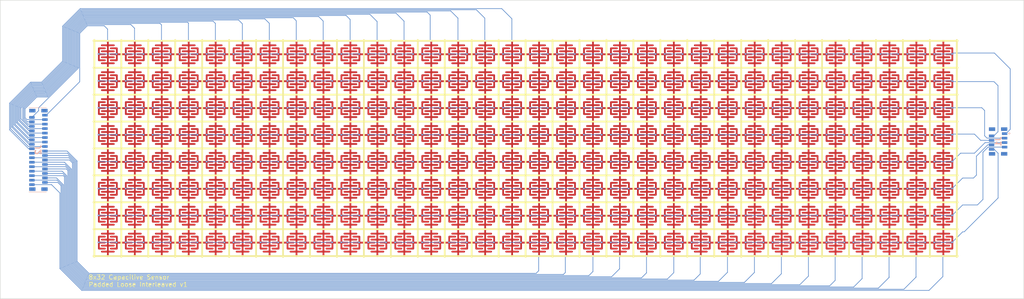
<source format=kicad_pcb>
(kicad_pcb (version 20211014) (generator pcbnew)
  (layers (0 "F.Cu" signal) (31 "B.Cu" signal) (34 "B.Paste" user) (35 "F.Paste" user) (36 "B.SilkS" user "B.Silkscreen") (37 "F.SilkS" user "F.Silkscreen") (38 "B.Mask" user) (39 "F.Mask" user) (44 "Edge.Cuts" user))
  (net 0 "")
  (net 1 "Net-(J1-Pad1)")
  (net 2 "Net-(J1-Pad2)")
  (net 3 "Net-(J1-Pad3)")
  (net 4 "Net-(J1-Pad4)")
  (net 5 "Net-(J1-Pad5)")
  (net 6 "Net-(J1-Pad6)")
  (net 7 "Net-(J1-Pad7)")
  (net 8 "Net-(J1-Pad8)")
  (net 9 "Net-(J2-Pad1)")
  (net 10 "Net-(J2-Pad2)")
  (net 11 "Net-(J2-Pad3)")
  (net 12 "Net-(J2-Pad4)")
  (net 13 "Net-(J2-Pad5)")
  (net 14 "Net-(J2-Pad6)")
  (net 15 "Net-(J2-Pad7)")
  (net 16 "Net-(J2-Pad8)")
  (net 17 "Net-(J2-Pad9)")
  (net 18 "Net-(J2-Pad10)")
  (net 19 "Net-(J2-Pad11)")
  (net 20 "Net-(J2-Pad12)")
  (net 21 "Net-(J2-Pad13)")
  (net 22 "Net-(J2-Pad14)")
  (net 23 "Net-(J2-Pad15)")
  (net 24 "Net-(J2-Pad16)")
  (net 25 "Net-(J2-Pad17)")
  (net 26 "Net-(J2-Pad18)")
  (net 27 "Net-(J2-Pad19)")
  (net 28 "Net-(J2-Pad20)")
  (net 29 "Net-(J2-Pad21)")
  (net 30 "Net-(J2-Pad22)")
  (net 31 "Net-(J2-Pad23)")
  (net 32 "Net-(J2-Pad24)")
  (net 33 "Net-(J2-Pad25)")
  (net 34 "Net-(J2-Pad26)")
  (net 35 "Net-(J2-Pad27)")
  (net 36 "Net-(J2-Pad28)")
  (net 37 "Net-(J2-Pad29)")
  (net 38 "Net-(J2-Pad30)")
  (net 39 "Net-(J2-Pad31)")
  (net 40 "Net-(J2-Pad32)")
  (footprint "ASMR_footprints:captouch_8x32_padded_interleaved_loose_all_masked" (layer "F.Cu") (at 62.935 55.855)
    (fp_text reference "U1" hide)
    (fp_text value "captouch_8x32_grid" hide)
  )
  (footprint "ASMR_footprints:Conn_FFC_1x32_0.5mm_Molex_5019513210" (layer "B.Cu") (at 50.675 80.375 -90)
    (fp_text reference "J2")
    (fp_text value "Conn_01x32_Male" hide)
  )
  (footprint "ASMR_footprints:Conn_FFC_1x8_0.5mm_Molex_5019510830" (layer "B.Cu") (at 264.325 78.5 -90)
    (fp_text reference "J1")
    (fp_text value "Conn_01x08_Male" hide)
  )
  (gr_rect (start 42.175 47) (end 270.05 113.55) (layer "Edge.Cuts") (width 0.1) (fill none))
  (gr_text "8x32 Capacitive Sensor\nPadded Loose Interleaved v1" (at 61.775 109.575) (layer "F.SilkS") (effects (font (size 1 1)) (justify left)))
  (via (at 178.1 58.99) (size 0.4) (drill 0.2) (layers "F.Cu" "B.Cu") (net 1))
  (via (at 244.1 58.99) (size 0.4) (drill 0.2) (layers "F.Cu" "B.Cu") (net 1))
  (via (at 98.08 59) (size 0.4) (drill 0.2) (layers "F.Cu" "B.Cu") (net 1))
  (via (at 140.08 59) (size 0.4) (drill 0.2) (layers "F.Cu" "B.Cu") (net 1))
  (via (at 202.1 58.99) (size 0.4) (drill 0.2) (layers "F.Cu" "B.Cu") (net 1))
  (via (at 76.1 58.99) (size 0.4) (drill 0.2) (layers "F.Cu" "B.Cu") (net 1))
  (via (at 176.08 59) (size 0.4) (drill 0.2) (layers "F.Cu" "B.Cu") (net 1))
  (via (at 130.1 58.99) (size 0.4) (drill 0.2) (layers "F.Cu" "B.Cu") (net 1))
  (via (at 220.1 58.99) (size 0.4) (drill 0.2) (layers "F.Cu" "B.Cu") (net 1))
  (via (at 226.1 58.99) (size 0.4) (drill 0.2) (layers "F.Cu" "B.Cu") (net 1))
  (via (at 112.1 58.99) (size 0.4) (drill 0.2) (layers "F.Cu" "B.Cu") (net 1))
  (via (at 188.08 59) (size 0.4) (drill 0.2) (layers "F.Cu" "B.Cu") (net 1))
  (via (at 236.08 59) (size 0.4) (drill 0.2) (layers "F.Cu" "B.Cu") (net 1))
  (via (at 172.1 58.99) (size 0.4) (drill 0.2) (layers "F.Cu" "B.Cu") (net 1))
  (via (at 142.1 58.99) (size 0.4) (drill 0.2) (layers "F.Cu" "B.Cu") (net 1))
  (via (at 254.08 59) (size 0.4) (drill 0.2) (layers "F.Cu" "B.Cu") (net 1))
  (via (at 242.08 59) (size 0.4) (drill 0.2) (layers "F.Cu" "B.Cu") (net 1))
  (via (at 166.1 58.99) (size 0.4) (drill 0.2) (layers "F.Cu" "B.Cu") (net 1))
  (via (at 250.1 58.99) (size 0.4) (drill 0.2) (layers "F.Cu" "B.Cu") (net 1))
  (via (at 200.08 59) (size 0.4) (drill 0.2) (layers "F.Cu" "B.Cu") (net 1))
  (via (at 224.08 59) (size 0.4) (drill 0.2) (layers "F.Cu" "B.Cu") (net 1))
  (via (at 134.08 59) (size 0.4) (drill 0.2) (layers "F.Cu" "B.Cu") (net 1))
  (via (at 80.08 59) (size 0.4) (drill 0.2) (layers "F.Cu" "B.Cu") (net 1))
  (via (at 124.1 58.99) (size 0.4) (drill 0.2) (layers "F.Cu" "B.Cu") (net 1))
  (via (at 160.1 58.99) (size 0.4) (drill 0.2) (layers "F.Cu" "B.Cu") (net 1))
  (via (at 184.1 58.99) (size 0.4) (drill 0.2) (layers "F.Cu" "B.Cu") (net 1))
  (via (at 208.1 58.99) (size 0.4) (drill 0.2) (layers "F.Cu" "B.Cu") (net 1))
  (via (at 136.1 58.99) (size 0.4) (drill 0.2) (layers "F.Cu" "B.Cu") (net 1))
  (via (at 128.08 59) (size 0.4) (drill 0.2) (layers "F.Cu" "B.Cu") (net 1))
  (via (at 116.08 59) (size 0.4) (drill 0.2) (layers "F.Cu" "B.Cu") (net 1))
  (via (at 212.08 59) (size 0.4) (drill 0.2) (layers "F.Cu" "B.Cu") (net 1))
  (via (at 248.08 59) (size 0.4) (drill 0.2) (layers "F.Cu" "B.Cu") (net 1))
  (via (at 68.08 59) (size 0.4) (drill 0.2) (layers "F.Cu" "B.Cu") (net 1))
  (via (at 86.08 59) (size 0.4) (drill 0.2) (layers "F.Cu" "B.Cu") (net 1))
  (via (at 196.1 58.99) (size 0.4) (drill 0.2) (layers "F.Cu" "B.Cu") (net 1))
  (via (at 122.08 59) (size 0.4) (drill 0.2) (layers "F.Cu" "B.Cu") (net 1))
  (via (at 100.1 58.99) (size 0.4) (drill 0.2) (layers "F.Cu" "B.Cu") (net 1))
  (via (at 232.1 58.99) (size 0.4) (drill 0.2) (layers "F.Cu" "B.Cu") (net 1))
  (via (at 182.08 59) (size 0.4) (drill 0.2) (layers "F.Cu" "B.Cu") (net 1))
  (via (at 238.1 58.99) (size 0.4) (drill 0.2) (layers "F.Cu" "B.Cu") (net 1))
  (via (at 74.08 59) (size 0.4) (drill 0.2) (layers "F.Cu" "B.Cu") (net 1))
  (via (at 70.1 58.99) (size 0.4) (drill 0.2) (layers "F.Cu" "B.Cu") (net 1))
  (via (at 194.08 59) (size 0.4) (drill 0.2) (layers "F.Cu" "B.Cu") (net 1))
  (via (at 88.1 58.99) (size 0.4) (drill 0.2) (layers "F.Cu" "B.Cu") (net 1))
  (via (at 230.08 59) (size 0.4) (drill 0.2) (layers "F.Cu" "B.Cu") (net 1))
  (via (at 104.08 59) (size 0.4) (drill 0.2) (layers "F.Cu" "B.Cu") (net 1))
  (via (at 118.1 58.99) (size 0.4) (drill 0.2) (layers "F.Cu" "B.Cu") (net 1))
  (via (at 154.1 58.99) (size 0.4) (drill 0.2) (layers "F.Cu" "B.Cu") (net 1))
  (via (at 106.1 58.99) (size 0.4) (drill 0.2) (layers "F.Cu" "B.Cu") (net 1))
  (via (at 218.08 59) (size 0.4) (drill 0.2) (layers "F.Cu" "B.Cu") (net 1))
  (via (at 158.08 59) (size 0.4) (drill 0.2) (layers "F.Cu" "B.Cu") (net 1))
  (via (at 170.08 59) (size 0.4) (drill 0.2) (layers "F.Cu" "B.Cu") (net 1))
  (via (at 64.1 58.99) (size 0.4) (drill 0.2) (layers "F.Cu" "B.Cu") (net 1))
  (via (at 214.1 58.99) (size 0.4) (drill 0.2) (layers "F.Cu" "B.Cu") (net 1))
  (via (at 94.1 58.99) (size 0.4) (drill 0.2) (layers "F.Cu" "B.Cu") (net 1))
  (via (at 110.08 59) (size 0.4) (drill 0.2) (layers "F.Cu" "B.Cu") (net 1))
  (via (at 164.08 59) (size 0.4) (drill 0.2) (layers "F.Cu" "B.Cu") (net 1))
  (via (at 92.08 59) (size 0.4) (drill 0.2) (layers "F.Cu" "B.Cu") (net 1))
  (via (at 146.08 59) (size 0.4) (drill 0.2) (layers "F.Cu" "B.Cu") (net 1))
  (via (at 148.1 58.99) (size 0.4) (drill 0.2) (layers "F.Cu" "B.Cu") (net 1))
  (via (at 190.1 58.99) (size 0.4) (drill 0.2) (layers "F.Cu" "B.Cu") (net 1))
  (via (at 82.1 58.99) (size 0.4) (drill 0.2) (layers "F.Cu" "B.Cu") (net 1))
  (via (at 206.08 59) (size 0.4) (drill 0.2) (layers "F.Cu" "B.Cu") (net 1))
  (via (at 152.08 59) (size 0.4) (drill 0.2) (layers "F.Cu" "B.Cu") (net 1))
  (segment (start 263.5 58.775) (end 254.305 58.775) (width 0.127) (layer "B.Cu") (net 1))
  (segment (start 68.07 58.99) (end 68.08 59) (width 0.127) (layer "B.Cu") (net 1))
  (segment (start 178.1 58.99) (end 182.07 58.99) (width 0.127) (layer "B.Cu") (net 1))
  (segment (start 100.1 58.99) (end 104.07 58.99) (width 0.127) (layer "B.Cu") (net 1))
  (segment (start 64.1 58.99) (end 68.07 58.99) (width 0.127) (layer "B.Cu") (net 1))
  (segment (start 160.1 58.99) (end 164.07 58.99) (width 0.127) (layer "B.Cu") (net 1))
  (segment (start 76.1 58.99) (end 80.07 58.99) (width 0.127) (layer "B.Cu") (net 1))
  (segment (start 196.1 58.99) (end 200.07 58.99) (width 0.127) (layer "B.Cu") (net 1))
  (segment (start 190.1 58.99) (end 194.07 58.99) (width 0.127) (layer "B.Cu") (net 1))
  (segment (start 112.1 58.99) (end 116.07 58.99) (width 0.127) (layer "B.Cu") (net 1))
  (segment (start 238.1 58.99) (end 242.07 58.99) (width 0.127) (layer "B.Cu") (net 1))
  (segment (start 202.1 58.99) (end 206.07 58.99) (width 0.127) (layer "B.Cu") (net 1))
  (segment (start 106.1 58.99) (end 110.07 58.99) (width 0.127) (layer "B.Cu") (net 1))
  (segment (start 250.1 58.99) (end 254.07 58.99) (width 0.127) (layer "B.Cu") (net 1))
  (segment (start 70.1 58.99) (end 74.07 58.99) (width 0.127) (layer "B.Cu") (net 1))
  (segment (start 220.1 58.99) (end 224.07 58.99) (width 0.127) (layer "B.Cu") (net 1))
  (segment (start 208.1 58.99) (end 212.07 58.99) (width 0.127) (layer "B.Cu") (net 1))
  (segment (start 244.1 58.99) (end 248.07 58.99) (width 0.127) (layer "B.Cu") (net 1))
  (segment (start 88.1 58.99) (end 92.07 58.99) (width 0.127) (layer "B.Cu") (net 1))
  (segment (start 267.025 75.8) (end 267.025 62.3) (width 0.127) (layer "B.Cu") (net 1))
  (segment (start 184.1 58.99) (end 188.07 58.99) (width 0.127) (layer "B.Cu") (net 1))
  (segment (start 166.1 58.99) (end 170.07 58.99) (width 0.127) (layer "B.Cu") (net 1))
  (segment (start 266.075 76.75) (end 267.025 75.8) (width 0.127) (layer "B.Cu") (net 1))
  (segment (start 130.1 58.99) (end 134.07 58.99) (width 0.127) (layer "B.Cu") (net 1))
  (segment (start 136.1 58.99) (end 140.07 58.99) (width 0.127) (layer "B.Cu") (net 1))
  (segment (start 232.1 58.99) (end 236.07 58.99) (width 0.127) (layer "B.Cu") (net 1))
  (segment (start 142.1 58.99) (end 146.07 58.99) (width 0.127) (layer "B.Cu") (net 1))
  (segment (start 94.1 58.99) (end 98.07 58.99) (width 0.127) (layer "B.Cu") (net 1))
  (segment (start 254.305 58.775) (end 254.08 59) (width 0.127) (layer "B.Cu") (net 1))
  (segment (start 214.1 58.99) (end 218.07 58.99) (width 0.127) (layer "B.Cu") (net 1))
  (segment (start 265.775 76.75) (end 266.075 76.75) (width 0.127) (layer "B.Cu") (net 1))
  (segment (start 172.1 58.99) (end 176.07 58.99) (width 0.127) (layer "B.Cu") (net 1))
  (segment (start 226.1 58.99) (end 230.07 58.99) (width 0.127) (layer "B.Cu") (net 1))
  (segment (start 124.1 58.99) (end 128.07 58.99) (width 0.127) (layer "B.Cu") (net 1))
  (segment (start 118.1 58.99) (end 122.07 58.99) (width 0.127) (layer "B.Cu") (net 1))
  (segment (start 82.1 58.99) (end 86.07 58.99) (width 0.127) (layer "B.Cu") (net 1))
  (segment (start 154.1 58.99) (end 158.07 58.99) (width 0.127) (layer "B.Cu") (net 1))
  (segment (start 267.025 62.3) (end 263.5 58.775) (width 0.127) (layer "B.Cu") (net 1))
  (segment (start 148.1 58.99) (end 152.07 58.99) (width 0.127) (layer "B.Cu") (net 1))
  (via (at 208.1 64.99) (size 0.4) (drill 0.2) (layers "F.Cu" "B.Cu") (net 2))
  (via (at 218.08 65) (size 0.4) (drill 0.2) (layers "F.Cu" "B.Cu") (net 2))
  (via (at 122.08 65) (size 0.4) (drill 0.2) (layers "F.Cu" "B.Cu") (net 2))
  (via (at 152.08 65) (size 0.4) (drill 0.2) (layers "F.Cu" "B.Cu") (net 2))
  (via (at 188.08 65) (size 0.4) (drill 0.2) (layers "F.Cu" "B.Cu") (net 2))
  (via (at 146.08 65) (size 0.4) (drill 0.2) (layers "F.Cu" "B.Cu") (net 2))
  (via (at 134.08 65) (size 0.4) (drill 0.2) (layers "F.Cu" "B.Cu") (net 2))
  (via (at 164.08 65) (size 0.4) (drill 0.2) (layers "F.Cu" "B.Cu") (net 2))
  (via (at 154.1 64.99) (size 0.4) (drill 0.2) (layers "F.Cu" "B.Cu") (net 2))
  (via (at 230.08 65) (size 0.4) (drill 0.2) (layers "F.Cu" "B.Cu") (net 2))
  (via (at 238.1 64.99) (size 0.4) (drill 0.2) (layers "F.Cu" "B.Cu") (net 2))
  (via (at 226.1 64.99) (size 0.4) (drill 0.2) (layers "F.Cu" "B.Cu") (net 2))
  (via (at 112.1 64.99) (size 0.4) (drill 0.2) (layers "F.Cu" "B.Cu") (net 2))
  (via (at 148.1 64.99) (size 0.4) (drill 0.2) (layers "F.Cu" "B.Cu") (net 2))
  (via (at 130.1 64.99) (size 0.4) (drill 0.2) (layers "F.Cu" "B.Cu") (net 2))
  (via (at 92.08 65) (size 0.4) (drill 0.2) (layers "F.Cu" "B.Cu") (net 2))
  (via (at 254.08 65) (size 0.4) (drill 0.2) (layers "F.Cu" "B.Cu") (net 2))
  (via (at 104.08 65) (size 0.4) (drill 0.2) (layers "F.Cu" "B.Cu") (net 2))
  (via (at 64.1 64.99) (size 0.4) (drill 0.2) (layers "F.Cu" "B.Cu") (net 2))
  (via (at 194.08 65) (size 0.4) (drill 0.2) (layers "F.Cu" "B.Cu") (net 2))
  (via (at 98.08 65) (size 0.4) (drill 0.2) (layers "F.Cu" "B.Cu") (net 2))
  (via (at 236.08 65) (size 0.4) (drill 0.2) (layers "F.Cu" "B.Cu") (net 2))
  (via (at 250.1 64.99) (size 0.4) (drill 0.2) (layers "F.Cu" "B.Cu") (net 2))
  (via (at 176.08 65) (size 0.4) (drill 0.2) (layers "F.Cu" "B.Cu") (net 2))
  (via (at 82.1 64.99) (size 0.4) (drill 0.2) (layers "F.Cu" "B.Cu") (net 2))
  (via (at 196.1 64.99) (size 0.4) (drill 0.2) (layers "F.Cu" "B.Cu") (net 2))
  (via (at 124.1 64.99) (size 0.4) (drill 0.2) (layers "F.Cu" "B.Cu") (net 2))
  (via (at 224.08 65) (size 0.4) (drill 0.2) (layers "F.Cu" "B.Cu") (net 2))
  (via (at 86.08 65) (size 0.4) (drill 0.2) (layers "F.Cu" "B.Cu") (net 2))
  (via (at 118.1 64.99) (size 0.4) (drill 0.2) (layers "F.Cu" "B.Cu") (net 2))
  (via (at 160.1 64.99) (size 0.4) (drill 0.2) (layers "F.Cu" "B.Cu") (net 2))
  (via (at 94.1 64.99) (size 0.4) (drill 0.2) (layers "F.Cu" "B.Cu") (net 2))
  (via (at 220.1 64.99) (size 0.4) (drill 0.2) (layers "F.Cu" "B.Cu") (net 2))
  (via (at 172.1 64.99) (size 0.4) (drill 0.2) (layers "F.Cu" "B.Cu") (net 2))
  (via (at 190.1 64.99) (size 0.4) (drill 0.2) (layers "F.Cu" "B.Cu") (net 2))
  (via (at 140.08 65) (size 0.4) (drill 0.2) (layers "F.Cu" "B.Cu") (net 2))
  (via (at 136.1 64.99) (size 0.4) (drill 0.2) (layers "F.Cu" "B.Cu") (net 2))
  (via (at 184.1 64.99) (size 0.4) (drill 0.2) (layers "F.Cu" "B.Cu") (net 2))
  (via (at 182.08 65) (size 0.4) (drill 0.2) (layers "F.Cu" "B.Cu") (net 2))
  (via (at 80.08 65) (size 0.4) (drill 0.2) (layers "F.Cu" "B.Cu") (net 2))
  (via (at 106.1 64.99) (size 0.4) (drill 0.2) (layers "F.Cu" "B.Cu") (net 2))
  (via (at 248.08 65) (size 0.4) (drill 0.2) (layers "F.Cu" "B.Cu") (net 2))
  (via (at 206.08 65) (size 0.4) (drill 0.2) (layers "F.Cu" "B.Cu") (net 2))
  (via (at 166.1 64.99) (size 0.4) (drill 0.2) (layers "F.Cu" "B.Cu") (net 2))
  (via (at 68.08 65) (size 0.4) (drill 0.2) (layers "F.Cu" "B.Cu") (net 2))
  (via (at 200.08 65) (size 0.4) (drill 0.2) (layers "F.Cu" "B.Cu") (net 2))
  (via (at 76.1 64.99) (size 0.4) (drill 0.2) (layers "F.Cu" "B.Cu") (net 2))
  (via (at 70.1 64.99) (size 0.4) (drill 0.2) (layers "F.Cu" "B.Cu") (net 2))
  (via (at 242.08 65) (size 0.4) (drill 0.2) (layers "F.Cu" "B.Cu") (net 2))
  (via (at 100.1 64.99) (size 0.4) (drill 0.2) (layers "F.Cu" "B.Cu") (net 2))
  (via (at 128.08 65) (size 0.4) (drill 0.2) (layers "F.Cu" "B.Cu") (net 2))
  (via (at 110.08 65) (size 0.4) (drill 0.2) (layers "F.Cu" "B.Cu") (net 2))
  (via (at 214.1 64.99) (size 0.4) (drill 0.2) (layers "F.Cu" "B.Cu") (net 2))
  (via (at 212.08 65) (size 0.4) (drill 0.2) (layers "F.Cu" "B.Cu") (net 2))
  (via (at 244.1 64.99) (size 0.4) (drill 0.2) (layers "F.Cu" "B.Cu") (net 2))
  (via (at 158.08 65) (size 0.4) (drill 0.2) (layers "F.Cu" "B.Cu") (net 2))
  (via (at 142.1 64.99) (size 0.4) (drill 0.2) (layers "F.Cu" "B.Cu") (net 2))
  (via (at 202.1 64.99) (size 0.4) (drill 0.2) (layers "F.Cu" "B.Cu") (net 2))
  (via (at 232.1 64.99) (size 0.4) (drill 0.2) (layers "F.Cu" "B.Cu") (net 2))
  (via (at 88.1 64.99) (size 0.4) (drill 0.2) (layers "F.Cu" "B.Cu") (net 2))
  (via (at 178.1 64.99) (size 0.4) (drill 0.2) (layers "F.Cu" "B.Cu") (net 2))
  (via (at 74.08 65) (size 0.4) (drill 0.2) (layers "F.Cu" "B.Cu") (net 2))
  (via (at 116.08 65) (size 0.4) (drill 0.2) (layers "F.Cu" "B.Cu") (net 2))
  (via (at 170.08 65) (size 0.4) (drill 0.2) (layers "F.Cu" "B.Cu") (net 2))
  (segment (start 226.1 64.99) (end 230.07 64.99) (width 0.127) (layer "B.Cu") (net 2))
  (segment (start 214.1 64.99) (end 218.07 64.99) (width 0.127) (layer "B.Cu") (net 2))
  (segment (start 196.1 64.99) (end 200.07 64.99) (width 0.127) (layer "B.Cu") (net 2))
  (segment (start 142.1 64.99) (end 146.07 64.99) (width 0.127) (layer "B.Cu") (net 2))
  (segment (start 250.1 64.99) (end 254.07 64.99) (width 0.127) (layer "B.Cu") (net 2))
  (segment (start 130.1 64.99) (end 134.07 64.99) (width 0.127) (layer "B.Cu") (net 2))
  (segment (start 76.1 64.99) (end 80.07 64.99) (width 0.127) (layer "B.Cu") (net 2))
  (segment (start 124.1 64.99) (end 128.07 64.99) (width 0.127) (layer "B.Cu") (net 2))
  (segment (start 136.1 64.99) (end 140.07 64.99) (width 0.127) (layer "B.Cu") (net 2))
  (segment (start 184.1 64.99) (end 188.07 64.99) (width 0.127) (layer "B.Cu") (net 2))
  (segment (start 208.1 64.99) (end 212.07 64.99) (width 0.127) (layer "B.Cu") (net 2))
  (segment (start 82.1 64.99) (end 86.07 64.99) (width 0.127) (layer "B.Cu") (net 2))
  (segment (start 232.1 64.99) (end 236.07 64.99) (width 0.127) (layer "B.Cu") (net 2))
  (segment (start 244.1 64.99) (end 248.07 64.99) (width 0.127) (layer "B.Cu") (net 2))
  (segment (start 64.1 64.99) (end 68.07 64.99) (width 0.127) (layer "B.Cu") (net 2))
  (segment (start 100.1 64.99) (end 104.07 64.99) (width 0.127) (layer "B.Cu") (net 2))
  (segment (start 70.1 64.99) (end 74.07 64.99) (width 0.127) (layer "B.Cu") (net 2))
  (segment (start 160.1 64.99) (end 164.07 64.99) (width 0.127) (layer "B.Cu") (net 2))
  (segment (start 263.375 77.25) (end 264.3 76.325) (width 0.127) (layer "B.Cu") (net 2))
  (segment (start 220.1 64.99) (end 224.07 64.99) (width 0.127) (layer "B.Cu") (net 2))
  (segment (start 148.1 64.99) (end 152.07 64.99) (width 0.127) (layer "B.Cu") (net 2))
  (segment (start 254.23 65.15) (end 254.08 65) (width 0.127) (layer "B.Cu") (net 2))
  (segment (start 264.3 76.325) (end 264.3 66.05) (width 0.127) (layer "B.Cu") (net 2))
  (segment (start 94.1 64.99) (end 98.07 64.99) (width 0.127) (layer "B.Cu") (net 2))
  (segment (start 178.1 64.99) (end 182.07 64.99) (width 0.127) (layer "B.Cu") (net 2))
  (segment (start 166.1 64.99) (end 170.07 64.99) (width 0.127) (layer "B.Cu") (net 2))
  (segment (start 264.3 66.05) (end 263.4 65.15) (width 0.127) (layer "B.Cu") (net 2))
  (segment (start 262.875 77.25) (end 263.375 77.25) (width 0.127) (layer "B.Cu") (net 2))
  (segment (start 263.4 65.15) (end 254.23 65.15) (width 0.127) (layer "B.Cu") (net 2))
  (segment (start 118.1 64.99) (end 122.07 64.99) (width 0.127) (layer "B.Cu") (net 2))
  (segment (start 88.1 64.99) (end 92.07 64.99) (width 0.127) (layer "B.Cu") (net 2))
  (segment (start 190.1 64.99) (end 194.07 64.99) (width 0.127) (layer "B.Cu") (net 2))
  (segment (start 106.1 64.99) (end 110.07 64.99) (width 0.127) (layer "B.Cu") (net 2))
  (segment (start 112.1 64.99) (end 116.07 64.99) (width 0.127) (layer "B.Cu") (net 2))
  (segment (start 202.1 64.99) (end 206.07 64.99) (width 0.127) (layer "B.Cu") (net 2))
  (segment (start 238.1 64.99) (end 242.07 64.99) (width 0.127) (layer "B.Cu") (net 2))
  (segment (start 154.1 64.99) (end 158.07 64.99) (width 0.127) (layer "B.Cu") (net 2))
  (segment (start 172.1 64.99) (end 176.07 64.99) (width 0.127) (layer "B.Cu") (net 2))
  (via (at 134.08 71) (size 0.4) (drill 0.2) (layers "F.Cu" "B.Cu") (net 3))
  (via (at 86.08 71) (size 0.4) (drill 0.2) (layers "F.Cu" "B.Cu") (net 3))
  (via (at 224.08 71) (size 0.4) (drill 0.2) (layers "F.Cu" "B.Cu") (net 3))
  (via (at 244.1 70.99) (size 0.4) (drill 0.2) (layers "F.Cu" "B.Cu") (net 3))
  (via (at 74.08 71) (size 0.4) (drill 0.2) (layers "F.Cu" "B.Cu") (net 3))
  (via (at 106.1 70.99) (size 0.4) (drill 0.2) (layers "F.Cu" "B.Cu") (net 3))
  (via (at 154.1 70.99) (size 0.4) (drill 0.2) (layers "F.Cu" "B.Cu") (net 3))
  (via (at 104.08 71) (size 0.4) (drill 0.2) (layers "F.Cu" "B.Cu") (net 3))
  (via (at 92.08 71) (size 0.4) (drill 0.2) (layers "F.Cu" "B.Cu") (net 3))
  (via (at 112.1 70.99) (size 0.4) (drill 0.2) (layers "F.Cu" "B.Cu") (net 3))
  (via (at 68.08 71) (size 0.4) (drill 0.2) (layers "F.Cu" "B.Cu") (net 3))
  (via (at 166.1 70.99) (size 0.4) (drill 0.2) (layers "F.Cu" "B.Cu") (net 3))
  (via (at 136.1 70.99) (size 0.4) (drill 0.2) (layers "F.Cu" "B.Cu") (net 3))
  (via (at 110.08 71) (size 0.4) (drill 0.2) (layers "F.Cu" "B.Cu") (net 3))
  (via (at 70.1 70.99) (size 0.4) (drill 0.2) (layers "F.Cu" "B.Cu") (net 3))
  (via (at 140.08 71) (size 0.4) (drill 0.2) (layers "F.Cu" "B.Cu") (net 3))
  (via (at 208.1 70.99) (size 0.4) (drill 0.2) (layers "F.Cu" "B.Cu") (net 3))
  (via (at 254.08 71) (size 0.4) (drill 0.2) (layers "F.Cu" "B.Cu") (net 3))
  (via (at 160.1 70.99) (size 0.4) (drill 0.2) (layers "F.Cu" "B.Cu") (net 3))
  (via (at 100.1 70.99) (size 0.4) (drill 0.2) (layers "F.Cu" "B.Cu") (net 3))
  (via (at 188.08 71) (size 0.4) (drill 0.2) (layers "F.Cu" "B.Cu") (net 3))
  (via (at 170.08 71) (size 0.4) (drill 0.2) (layers "F.Cu" "B.Cu") (net 3))
  (via (at 76.1 70.99) (size 0.4) (drill 0.2) (layers "F.Cu" "B.Cu") (net 3))
  (via (at 226.1 70.99) (size 0.4) (drill 0.2) (layers "F.Cu" "B.Cu") (net 3))
  (via (at 130.1 70.99) (size 0.4) (drill 0.2) (layers "F.Cu" "B.Cu") (net 3))
  (via (at 250.1 70.99) (size 0.4) (drill 0.2) (layers "F.Cu" "B.Cu") (net 3))
  (via (at 238.1 70.99) (size 0.4) (drill 0.2) (layers "F.Cu" "B.Cu") (net 3))
  (via (at 200.08 71) (size 0.4) (drill 0.2) (layers "F.Cu" "B.Cu") (net 3))
  (via (at 214.1 70.99) (size 0.4) (drill 0.2) (layers "F.Cu" "B.Cu") (net 3))
  (via (at 124.1 70.99) (size 0.4) (drill 0.2) (layers "F.Cu" "B.Cu") (net 3))
  (via (at 98.08 71) (size 0.4) (drill 0.2) (layers "F.Cu" "B.Cu") (net 3))
  (via (at 64.1 70.99) (size 0.4) (drill 0.2) (layers "F.Cu" "B.Cu") (net 3))
  (via (at 190.1 70.99) (size 0.4) (drill 0.2) (layers "F.Cu" "B.Cu") (net 3))
  (via (at 182.08 71) (size 0.4) (drill 0.2) (layers "F.Cu" "B.Cu") (net 3))
  (via (at 220.1 70.99) (size 0.4) (drill 0.2) (layers "F.Cu" "B.Cu") (net 3))
  (via (at 82.1 70.99) (size 0.4) (drill 0.2) (layers "F.Cu" "B.Cu") (net 3))
  (via (at 178.1 70.99) (size 0.4) (drill 0.2) (layers "F.Cu" "B.Cu") (net 3))
  (via (at 206.08 71) (size 0.4) (drill 0.2) (layers "F.Cu" "B.Cu") (net 3))
  (via (at 158.08 71) (size 0.4) (drill 0.2) (layers "F.Cu" "B.Cu") (net 3))
  (via (at 196.1 70.99) (size 0.4) (drill 0.2) (layers "F.Cu" "B.Cu") (net 3))
  (via (at 128.08 71) (size 0.4) (drill 0.2) (layers "F.Cu" "B.Cu") (net 3))
  (via (at 142.1 70.99) (size 0.4) (drill 0.2) (layers "F.Cu" "B.Cu") (net 3))
  (via (at 164.08 71) (size 0.4) (drill 0.2) (layers "F.Cu" "B.Cu") (net 3))
  (via (at 194.08 71) (size 0.4) (drill 0.2) (layers "F.Cu" "B.Cu") (net 3))
  (via (at 242.08 71) (size 0.4) (drill 0.2) (layers "F.Cu" "B.Cu") (net 3))
  (via (at 232.1 70.99) (size 0.4) (drill 0.2) (layers "F.Cu" "B.Cu") (net 3))
  (via (at 88.1 70.99) (size 0.4) (drill 0.2) (layers "F.Cu" "B.Cu") (net 3))
  (via (at 184.1 70.99) (size 0.4) (drill 0.2) (layers "F.Cu" "B.Cu") (net 3))
  (via (at 248.08 71) (size 0.4) (drill 0.2) (layers "F.Cu" "B.Cu") (net 3))
  (via (at 118.1 70.99) (size 0.4) (drill 0.2) (layers "F.Cu" "B.Cu") (net 3))
  (via (at 116.08 71) (size 0.4) (drill 0.2) (layers "F.Cu" "B.Cu") (net 3))
  (via (at 122.08 71) (size 0.4) (drill 0.2) (layers "F.Cu" "B.Cu") (net 3))
  (via (at 176.08 71) (size 0.4) (drill 0.2) (layers "F.Cu" "B.Cu") (net 3))
  (via (at 80.08 71) (size 0.4) (drill 0.2) (layers "F.Cu" "B.Cu") (net 3))
  (via (at 218.08 71) (size 0.4) (drill 0.2) (layers "F.Cu" "B.Cu") (net 3))
  (via (at 172.1 70.99) (size 0.4) (drill 0.2) (layers "F.Cu" "B.Cu") (net 3))
  (via (at 212.08 71) (size 0.4) (drill 0.2) (layers "F.Cu" "B.Cu") (net 3))
  (via (at 152.08 71) (size 0.4) (drill 0.2) (layers "F.Cu" "B.Cu") (net 3))
  (via (at 236.08 71) (size 0.4) (drill 0.2) (layers "F.Cu" "B.Cu") (net 3))
  (via (at 202.1 70.99) (size 0.4) (drill 0.2) (layers "F.Cu" "B.Cu") (net 3))
  (via (at 230.08 71) (size 0.4) (drill 0.2) (layers "F.Cu" "B.Cu") (net 3))
  (via (at 148.1 70.99) (size 0.4) (drill 0.2) (layers "F.Cu" "B.Cu") (net 3))
  (via (at 146.08 71) (size 0.4) (drill 0.2) (layers "F.Cu" "B.Cu") (net 3))
  (via (at 94.1 70.99) (size 0.4) (drill 0.2) (layers "F.Cu" "B.Cu") (net 3))
  (segment (start 112.1 70.99) (end 116.07 70.99) (width 0.127) (layer "B.Cu") (net 3))
  (segment (start 261.325 71.6) (end 260.7 70.975) (width 0.127) (layer "B.Cu") (net 3))
  (segment (start 220.1 70.99) (end 224.07 70.99) (width 0.127) (layer "B.Cu") (net 3))
  (segment (start 154.1 70.99) (end 158.07 70.99) (width 0.127) (layer "B.Cu") (net 3))
  (segment (start 148.1 70.99) (end 152.07 70.99) (width 0.127) (layer "B.Cu") (net 3))
  (segment (start 178.1 70.99) (end 182.07 70.99) (width 0.127) (layer "B.Cu") (net 3))
  (segment (start 184.1 70.99) (end 188.07 70.99) (width 0.127) (layer "B.Cu") (net 3))
  (segment (start 232.1 70.99) (end 236.07 70.99) (width 0.127) (layer "B.Cu") (net 3))
  (segment (start 214.1 70.99) (end 218.07 70.99) (width 0.127) (layer "B.Cu") (net 3))
  (segment (start 88.1 70.99) (end 92.07 70.99) (width 0.127) (layer "B.Cu") (net 3))
  (segment (start 196.1 70.99) (end 200.07 70.99) (width 0.127) (layer "B.Cu") (net 3))
  (segment (start 166.1 70.99) (end 170.07 70.99) (width 0.127) (layer "B.Cu") (net 3))
  (segment (start 238.1 70.99) (end 242.07 70.99) (width 0.127) (layer "B.Cu") (net 3))
  (segment (start 190.1 70.99) (end 194.07 70.99) (width 0.127) (layer "B.Cu") (net 3))
  (segment (start 130.1 70.99) (end 134.07 70.99) (width 0.127) (layer "B.Cu") (net 3))
  (segment (start 142.1 70.99) (end 146.07 70.99) (width 0.127) (layer "B.Cu") (net 3))
  (segment (start 250.1 70.99) (end 254.07 70.99) (width 0.127) (layer "B.Cu") (net 3))
  (segment (start 261.85 77.75) (end 261.325 77.225) (width 0.127) (layer "B.Cu") (net 3))
  (segment (start 172.1 70.99) (end 176.07 70.99) (width 0.127) (layer "B.Cu") (net 3))
  (segment (start 64.1 70.99) (end 68.07 70.99) (width 0.127) (layer "B.Cu") (net 3))
  (segment (start 265.775 77.75) (end 261.85 77.75) (width 0.127) (layer "B.Cu") (net 3))
  (segment (start 136.1 70.99) (end 140.07 70.99) (width 0.127) (layer "B.Cu") (net 3))
  (segment (start 160.1 70.99) (end 164.07 70.99) (width 0.127) (layer "B.Cu") (net 3))
  (segment (start 226.1 70.99) (end 230.07 70.99) (width 0.127) (layer "B.Cu") (net 3))
  (segment (start 244.1 70.99) (end 248.07 70.99) (width 0.127) (layer "B.Cu") (net 3))
  (segment (start 254.105 70.975) (end 254.08 71) (width 0.127) (layer "B.Cu") (net 3))
  (segment (start 260.7 70.975) (end 254.105 70.975) (width 0.127) (layer "B.Cu") (net 3))
  (segment (start 94.1 70.99) (end 98.07 70.99) (width 0.127) (layer "B.Cu") (net 3))
  (segment (start 118.1 70.99) (end 122.07 70.99) (width 0.127) (layer "B.Cu") (net 3))
  (segment (start 261.325 77.225) (end 261.325 71.6) (width 0.127) (layer "B.Cu") (net 3))
  (segment (start 208.1 70.99) (end 212.07 70.99) (width 0.127) (layer "B.Cu") (net 3))
  (segment (start 82.1 70.99) (end 86.07 70.99) (width 0.127) (layer "B.Cu") (net 3))
  (segment (start 202.1 70.99) (end 206.07 70.99) (width 0.127) (layer "B.Cu") (net 3))
  (segment (start 70.1 70.99) (end 74.07 70.99) (width 0.127) (layer "B.Cu") (net 3))
  (segment (start 106.1 70.99) (end 110.07 70.99) (width 0.127) (layer "B.Cu") (net 3))
  (segment (start 124.1 70.99) (end 128.07 70.99) (width 0.127) (layer "B.Cu") (net 3))
  (segment (start 100.1 70.99) (end 104.07 70.99) (width 0.127) (layer "B.Cu") (net 3))
  (segment (start 76.1 70.99) (end 80.07 70.99) (width 0.127) (layer "B.Cu") (net 3))
  (via (at 212.08 77) (size 0.4) (drill 0.2) (layers "F.Cu" "B.Cu") (net 4))
  (via (at 250.1 76.99) (size 0.4) (drill 0.2) (layers "F.Cu" "B.Cu") (net 4))
  (via (at 166.1 76.99) (size 0.4) (drill 0.2) (layers "F.Cu" "B.Cu") (net 4))
  (via (at 68.08 77) (size 0.4) (drill 0.2) (layers "F.Cu" "B.Cu") (net 4))
  (via (at 76.1 76.99) (size 0.4) (drill 0.2) (layers "F.Cu" "B.Cu") (net 4))
  (via (at 148.1 76.99) (size 0.4) (drill 0.2) (layers "F.Cu" "B.Cu") (net 4))
  (via (at 122.08 77) (size 0.4) (drill 0.2) (layers "F.Cu" "B.Cu") (net 4))
  (via (at 104.08 77) (size 0.4) (drill 0.2) (layers "F.Cu" "B.Cu") (net 4))
  (via (at 88.1 76.99) (size 0.4) (drill 0.2) (layers "F.Cu" "B.Cu") (net 4))
  (via (at 142.1 76.99) (size 0.4) (drill 0.2) (layers "F.Cu" "B.Cu") (net 4))
  (via (at 154.1 76.99) (size 0.4) (drill 0.2) (layers "F.Cu" "B.Cu") (net 4))
  (via (at 116.08 77) (size 0.4) (drill 0.2) (layers "F.Cu" "B.Cu") (net 4))
  (via (at 140.08 77) (size 0.4) (drill 0.2) (layers "F.Cu" "B.Cu") (net 4))
  (via (at 64.1 76.99) (size 0.4) (drill 0.2) (layers "F.Cu" "B.Cu") (net 4))
  (via (at 184.1 76.99) (size 0.4) (drill 0.2) (layers "F.Cu" "B.Cu") (net 4))
  (via (at 200.08 77) (size 0.4) (drill 0.2) (layers "F.Cu" "B.Cu") (net 4))
  (via (at 74.08 77) (size 0.4) (drill 0.2) (layers "F.Cu" "B.Cu") (net 4))
  (via (at 110.08 77) (size 0.4) (drill 0.2) (layers "F.Cu" "B.Cu") (net 4))
  (via (at 214.1 76.99) (size 0.4) (drill 0.2) (layers "F.Cu" "B.Cu") (net 4))
  (via (at 220.1 76.99) (size 0.4) (drill 0.2) (layers "F.Cu" "B.Cu") (net 4))
  (via (at 206.08 77) (size 0.4) (drill 0.2) (layers "F.Cu" "B.Cu") (net 4))
  (via (at 254.08 77) (size 0.4) (drill 0.2) (layers "F.Cu" "B.Cu") (net 4))
  (via (at 238.1 76.99) (size 0.4) (drill 0.2) (layers "F.Cu" "B.Cu") (net 4))
  (via (at 70.1 76.99) (size 0.4) (drill 0.2) (layers "F.Cu" "B.Cu") (net 4))
  (via (at 146.08 77) (size 0.4) (drill 0.2) (layers "F.Cu" "B.Cu") (net 4))
  (via (at 112.1 76.99) (size 0.4) (drill 0.2) (layers "F.Cu" "B.Cu") (net 4))
  (via (at 182.08 77) (size 0.4) (drill 0.2) (layers "F.Cu" "B.Cu") (net 4))
  (via (at 244.1 76.99) (size 0.4) (drill 0.2) (layers "F.Cu" "B.Cu") (net 4))
  (via (at 202.1 76.99) (size 0.4) (drill 0.2) (layers "F.Cu" "B.Cu") (net 4))
  (via (at 136.1 76.99) (size 0.4) (drill 0.2) (layers "F.Cu" "B.Cu") (net 4))
  (via (at 248.08 77) (size 0.4) (drill 0.2) (layers "F.Cu" "B.Cu") (net 4))
  (via (at 176.08 77) (size 0.4) (drill 0.2) (layers "F.Cu" "B.Cu") (net 4))
  (via (at 178.1 76.99) (size 0.4) (drill 0.2) (layers "F.Cu" "B.Cu") (net 4))
  (via (at 80.08 77) (size 0.4) (drill 0.2) (layers "F.Cu" "B.Cu") (net 4))
  (via (at 134.08 77) (size 0.4) (drill 0.2) (layers "F.Cu" "B.Cu") (net 4))
  (via (at 164.08 77) (size 0.4) (drill 0.2) (layers "F.Cu" "B.Cu") (net 4))
  (via (at 194.08 77) (size 0.4) (drill 0.2) (layers "F.Cu" "B.Cu") (net 4))
  (via (at 118.1 76.99) (size 0.4) (drill 0.2) (layers "F.Cu" "B.Cu") (net 4))
  (via (at 232.1 76.99) (size 0.4) (drill 0.2) (layers "F.Cu" "B.Cu") (net 4))
  (via (at 230.08 77) (size 0.4) (drill 0.2) (layers "F.Cu" "B.Cu") (net 4))
  (via (at 94.1 76.99) (size 0.4) (drill 0.2) (layers "F.Cu" "B.Cu") (net 4))
  (via (at 160.1 76.99) (size 0.4) (drill 0.2) (layers "F.Cu" "B.Cu") (net 4))
  (via (at 124.1 76.99) (size 0.4) (drill 0.2) (layers "F.Cu" "B.Cu") (net 4))
  (via (at 152.08 77) (size 0.4) (drill 0.2) (layers "F.Cu" "B.Cu") (net 4))
  (via (at 172.1 76.99) (size 0.4) (drill 0.2) (layers "F.Cu" "B.Cu") (net 4))
  (via (at 158.08 77) (size 0.4) (drill 0.2) (layers "F.Cu" "B.Cu") (net 4))
  (via (at 208.1 76.99) (size 0.4) (drill 0.2) (layers "F.Cu" "B.Cu") (net 4))
  (via (at 130.1 76.99) (size 0.4) (drill 0.2) (layers "F.Cu" "B.Cu") (net 4))
  (via (at 128.08 77) (size 0.4) (drill 0.2) (layers "F.Cu" "B.Cu") (net 4))
  (via (at 170.08 77) (size 0.4) (drill 0.2) (layers "F.Cu" "B.Cu") (net 4))
  (via (at 188.08 77) (size 0.4) (drill 0.2) (layers "F.Cu" "B.Cu") (net 4))
  (via (at 226.1 76.99) (size 0.4) (drill 0.2) (layers "F.Cu" "B.Cu") (net 4))
  (via (at 224.08 77) (size 0.4) (drill 0.2) (layers "F.Cu" "B.Cu") (net 4))
  (via (at 236.08 77) (size 0.4) (drill 0.2) (layers "F.Cu" "B.Cu") (net 4))
  (via (at 86.08 77) (size 0.4) (drill 0.2) (layers "F.Cu" "B.Cu") (net 4))
  (via (at 190.1 76.99) (size 0.4) (drill 0.2) (layers "F.Cu" "B.Cu") (net 4))
  (via (at 82.1 76.99) (size 0.4) (drill 0.2) (layers "F.Cu" "B.Cu") (net 4))
  (via (at 100.1 76.99) (size 0.4) (drill 0.2) (layers "F.Cu" "B.Cu") (net 4))
  (via (at 218.08 77) (size 0.4) (drill 0.2) (layers "F.Cu" "B.Cu") (net 4))
  (via (at 92.08 77) (size 0.4) (drill 0.2) (layers "F.Cu" "B.Cu") (net 4))
  (via (at 196.1 76.99) (size 0.4) (drill 0.2) (layers "F.Cu" "B.Cu") (net 4))
  (via (at 98.08 77) (size 0.4) (drill 0.2) (layers "F.Cu" "B.Cu") (net 4))
  (via (at 242.08 77) (size 0.4) (drill 0.2) (layers "F.Cu" "B.Cu") (net 4))
  (via (at 106.1 76.99) (size 0.4) (drill 0.2) (layers "F.Cu" "B.Cu") (net 4))
  (segment (start 148.1 76.99) (end 152.07 76.99) (width 0.127) (layer "B.Cu") (net 4))
  (segment (start 106.1 76.99) (end 110.07 76.99) (width 0.127) (layer "B.Cu") (net 4))
  (segment (start 220.1 76.99) (end 224.07 76.99) (width 0.127) (layer "B.Cu") (net 4))
  (segment (start 142.1 76.99) (end 146.07 76.99) (width 0.127) (layer "B.Cu") (net 4))
  (segment (start 130.1 76.99) (end 134.07 76.99) (width 0.127) (layer "B.Cu") (net 4))
  (segment (start 232.1 76.99) (end 236.07 76.99) (width 0.127) (layer "B.Cu") (net 4))
  (segment (start 166.1 76.99) (end 170.07 76.99) (width 0.127) (layer "B.Cu") (net 4))
  (segment (start 76.1 76.99) (end 80.07 76.99) (width 0.127) (layer "B.Cu") (net 4))
  (segment (start 250.1 76.99) (end 254.07 76.99) (width 0.127) (layer "B.Cu") (net 4))
  (segment (start 202.1 76.99) (end 206.07 76.99) (width 0.127) (layer "B.Cu") (net 4))
  (segment (start 70.1 76.99) (end 74.07 76.99) (width 0.127) (layer "B.Cu") (net 4))
  (segment (start 244.1 76.99) (end 248.07 76.99) (width 0.127) (layer "B.Cu") (net 4))
  (segment (start 124.1 76.99) (end 128.07 76.99) (width 0.127) (layer "B.Cu") (net 4))
  (segment (start 136.1 76.99) (end 140.07 76.99) (width 0.127) (layer "B.Cu") (net 4))
  (segment (start 208.1 76.99) (end 212.07 76.99) (width 0.127) (layer "B.Cu") (net 4))
  (segment (start 260.45 78.25) (end 259.05 76.85) (width 0.127) (layer "B.Cu") (net 4))
  (segment (start 238.1 76.99) (end 242.07 76.99) (width 0.127) (layer "B.Cu") (net 4))
  (segment (start 94.1 76.99) (end 98.07 76.99) (width 0.127) (layer "B.Cu") (net 4))
  (segment (start 226.1 76.99) (end 230.07 76.99) (width 0.127) (layer "B.Cu") (net 4))
  (segment (start 254.23 76.85) (end 254.08 77) (width 0.127) (layer "B.Cu") (net 4))
  (segment (start 100.1 76.99) (end 104.07 76.99) (width 0.127) (layer "B.Cu") (net 4))
  (segment (start 259.05 76.85) (end 254.23 76.85) (width 0.127) (layer "B.Cu") (net 4))
  (segment (start 262.875 78.25) (end 260.45 78.25) (width 0.127) (layer "B.Cu") (net 4))
  (segment (start 172.1 76.99) (end 176.07 76.99) (width 0.127) (layer "B.Cu") (net 4))
  (segment (start 112.1 76.99) (end 116.07 76.99) (width 0.127) (layer "B.Cu") (net 4))
  (segment (start 190.1 76.99) (end 194.07 76.99) (width 0.127) (layer "B.Cu") (net 4))
  (segment (start 82.1 76.99) (end 86.07 76.99) (width 0.127) (layer "B.Cu") (net 4))
  (segment (start 184.1 76.99) (end 188.07 76.99) (width 0.127) (layer "B.Cu") (net 4))
  (segment (start 178.1 76.99) (end 182.07 76.99) (width 0.127) (layer "B.Cu") (net 4))
  (segment (start 118.1 76.99) (end 122.07 76.99) (width 0.127) (layer "B.Cu") (net 4))
  (segment (start 88.1 76.99) (end 92.07 76.99) (width 0.127) (layer "B.Cu") (net 4))
  (segment (start 196.1 76.99) (end 200.07 76.99) (width 0.127) (layer "B.Cu") (net 4))
  (segment (start 214.1 76.99) (end 218.07 76.99) (width 0.127) (layer "B.Cu") (net 4))
  (segment (start 154.1 76.99) (end 158.07 76.99) (width 0.127) (layer "B.Cu") (net 4))
  (segment (start 64.1 76.99) (end 68.07 76.99) (width 0.127) (layer "B.Cu") (net 4))
  (segment (start 160.1 76.99) (end 164.07 76.99) (width 0.127) (layer "B.Cu") (net 4))
  (via (at 142.1 82.99) (size 0.4) (drill 0.2) (layers "F.Cu" "B.Cu") (net 5))
  (via (at 232.1 82.99) (size 0.4) (drill 0.2) (layers "F.Cu" "B.Cu") (net 5))
  (via (at 122.08 83) (size 0.4) (drill 0.2) (layers "F.Cu" "B.Cu") (net 5))
  (via (at 92.08 83) (size 0.4) (drill 0.2) (layers "F.Cu" "B.Cu") (net 5))
  (via (at 226.1 82.99) (size 0.4) (drill 0.2) (layers "F.Cu" "B.Cu") (net 5))
  (via (at 194.08 83) (size 0.4) (drill 0.2) (layers "F.Cu" "B.Cu") (net 5))
  (via (at 208.1 82.99) (size 0.4) (drill 0.2) (layers "F.Cu" "B.Cu") (net 5))
  (via (at 68.08 83) (size 0.4) (drill 0.2) (layers "F.Cu" "B.Cu") (net 5))
  (via (at 218.08 83) (size 0.4) (drill 0.2) (layers "F.Cu" "B.Cu") (net 5))
  (via (at 94.1 82.99) (size 0.4) (drill 0.2) (layers "F.Cu" "B.Cu") (net 5))
  (via (at 136.1 82.99) (size 0.4) (drill 0.2) (layers "F.Cu" "B.Cu") (net 5))
  (via (at 106.1 82.99) (size 0.4) (drill 0.2) (layers "F.Cu" "B.Cu") (net 5))
  (via (at 88.1 82.99) (size 0.4) (drill 0.2) (layers "F.Cu" "B.Cu") (net 5))
  (via (at 112.1 82.99) (size 0.4) (drill 0.2) (layers "F.Cu" "B.Cu") (net 5))
  (via (at 82.1 82.99) (size 0.4) (drill 0.2) (layers "F.Cu" "B.Cu") (net 5))
  (via (at 130.1 82.99) (size 0.4) (drill 0.2) (layers "F.Cu" "B.Cu") (net 5))
  (via (at 118.1 82.99) (size 0.4) (drill 0.2) (layers "F.Cu" "B.Cu") (net 5))
  (via (at 206.08 83) (size 0.4) (drill 0.2) (layers "F.Cu" "B.Cu") (net 5))
  (via (at 236.08 83) (size 0.4) (drill 0.2) (layers "F.Cu" "B.Cu") (net 5))
  (via (at 242.08 83) (size 0.4) (drill 0.2) (layers "F.Cu" "B.Cu") (net 5))
  (via (at 160.1 82.99) (size 0.4) (drill 0.2) (layers "F.Cu" "B.Cu") (net 5))
  (via (at 214.1 82.99) (size 0.4) (drill 0.2) (layers "F.Cu" "B.Cu") (net 5))
  (via (at 212.08 83) (size 0.4) (drill 0.2) (layers "F.Cu" "B.Cu") (net 5))
  (via (at 70.1 82.99) (size 0.4) (drill 0.2) (layers "F.Cu" "B.Cu") (net 5))
  (via (at 164.08 83) (size 0.4) (drill 0.2) (layers "F.Cu" "B.Cu") (net 5))
  (via (at 146.08 83) (size 0.4) (drill 0.2) (layers "F.Cu" "B.Cu") (net 5))
  (via (at 76.1 82.99) (size 0.4) (drill 0.2) (layers "F.Cu" "B.Cu") (net 5))
  (via (at 80.08 83) (size 0.4) (drill 0.2) (layers "F.Cu" "B.Cu") (net 5))
  (via (at 188.08 83) (size 0.4) (drill 0.2) (layers "F.Cu" "B.Cu") (net 5))
  (via (at 172.1 82.99) (size 0.4) (drill 0.2) (layers "F.Cu" "B.Cu") (net 5))
  (via (at 244.1 82.99) (size 0.4) (drill 0.2) (layers "F.Cu" "B.Cu") (net 5))
  (via (at 166.1 82.99) (size 0.4) (drill 0.2) (layers "F.Cu" "B.Cu") (net 5))
  (via (at 124.1 82.99) (size 0.4) (drill 0.2) (layers "F.Cu" "B.Cu") (net 5))
  (via (at 64.1 82.99) (size 0.4) (drill 0.2) (layers "F.Cu" "B.Cu") (net 5))
  (via (at 254.08 83) (size 0.4) (drill 0.2) (layers "F.Cu" "B.Cu") (net 5))
  (via (at 128.08 83) (size 0.4) (drill 0.2) (layers "F.Cu" "B.Cu") (net 5))
  (via (at 200.08 83) (size 0.4) (drill 0.2) (layers "F.Cu" "B.Cu") (net 5))
  (via (at 220.1 82.99) (size 0.4) (drill 0.2) (layers "F.Cu" "B.Cu") (net 5))
  (via (at 154.1 82.99) (size 0.4) (drill 0.2) (layers "F.Cu" "B.Cu") (net 5))
  (via (at 196.1 82.99) (size 0.4) (drill 0.2) (layers "F.Cu" "B.Cu") (net 5))
  (via (at 178.1 82.99) (size 0.4) (drill 0.2) (layers "F.Cu" "B.Cu") (net 5))
  (via (at 184.1 82.99) (size 0.4) (drill 0.2) (layers "F.Cu" "B.Cu") (net 5))
  (via (at 224.08 83) (size 0.4) (drill 0.2) (layers "F.Cu" "B.Cu") (net 5))
  (via (at 134.08 83) (size 0.4) (drill 0.2) (layers "F.Cu" "B.Cu") (net 5))
  (via (at 152.08 83) (size 0.4) (drill 0.2) (layers "F.Cu" "B.Cu") (net 5))
  (via (at 182.08 83) (size 0.4) (drill 0.2) (layers "F.Cu" "B.Cu") (net 5))
  (via (at 110.08 83) (size 0.4) (drill 0.2) (layers "F.Cu" "B.Cu") (net 5))
  (via (at 98.08 83) (size 0.4) (drill 0.2) (layers "F.Cu" "B.Cu") (net 5))
  (via (at 250.1 82.99) (size 0.4) (drill 0.2) (layers "F.Cu" "B.Cu") (net 5))
  (via (at 86.08 83) (size 0.4) (drill 0.2) (layers "F.Cu" "B.Cu") (net 5))
  (via (at 104.08 83) (size 0.4) (drill 0.2) (layers "F.Cu" "B.Cu") (net 5))
  (via (at 230.08 83) (size 0.4) (drill 0.2) (layers "F.Cu" "B.Cu") (net 5))
  (via (at 176.08 83) (size 0.4) (drill 0.2) (layers "F.Cu" "B.Cu") (net 5))
  (via (at 170.08 83) (size 0.4) (drill 0.2) (layers "F.Cu" "B.Cu") (net 5))
  (via (at 190.1 82.99) (size 0.4) (drill 0.2) (layers "F.Cu" "B.Cu") (net 5))
  (via (at 248.08 83) (size 0.4) (drill 0.2) (layers "F.Cu" "B.Cu") (net 5))
  (via (at 74.08 83) (size 0.4) (drill 0.2) (layers "F.Cu" "B.Cu") (net 5))
  (via (at 140.08 83) (size 0.4) (drill 0.2) (layers "F.Cu" "B.Cu") (net 5))
  (via (at 148.1 82.99) (size 0.4) (drill 0.2) (layers "F.Cu" "B.Cu") (net 5))
  (via (at 116.08 83) (size 0.4) (drill 0.2) (layers "F.Cu" "B.Cu") (net 5))
  (via (at 202.1 82.99) (size 0.4) (drill 0.2) (layers "F.Cu" "B.Cu") (net 5))
  (via (at 238.1 82.99) (size 0.4) (drill 0.2) (layers "F.Cu" "B.Cu") (net 5))
  (via (at 158.08 83) (size 0.4) (drill 0.2) (layers "F.Cu" "B.Cu") (net 5))
  (via (at 100.1 82.99) (size 0.4) (drill 0.2) (layers "F.Cu" "B.Cu") (net 5))
  (segment (start 214.1 82.99) (end 218.07 82.99) (width 0.127) (layer "B.Cu") (net 5))
  (segment (start 148.1 82.99) (end 152.07 82.99) (width 0.127) (layer "B.Cu") (net 5))
  (segment (start 259.0625 81.1125) (end 255.9675 81.1125) (width 0.127) (layer "B.Cu") (net 5))
  (segment (start 154.1 82.99) (end 158.07 82.99) (width 0.127) (layer "B.Cu") (net 5))
  (segment (start 172.1 82.99) (end 176.07 82.99) (width 0.127) (layer "B.Cu") (net 5))
  (segment (start 64.1 82.99) (end 68.07 82.99) (width 0.127) (layer "B.Cu") (net 5))
  (segment (start 244.1 82.99) (end 248.07 82.99) (width 0.127) (layer "B.Cu") (net 5))
  (segment (start 70.1 82.99) (end 74.07 82.99) (width 0.127) (layer "B.Cu") (net 5))
  (segment (start 232.1 82.99) (end 236.07 82.99) (width 0.127) (layer "B.Cu") (net 5))
  (segment (start 238.1 82.99) (end 242.07 82.99) (width 0.127) (layer "B.Cu") (net 5))
  (segment (start 196.1 82.99) (end 200.07 82.99) (width 0.127) (layer "B.Cu") (net 5))
  (segment (start 265.775 78.75) (end 261.425 78.75) (width 0.127) (layer "B.Cu") (net 5))
  (segment (start 208.1 82.99) (end 212.07 82.99) (width 0.127) (layer "B.Cu") (net 5))
  (segment (start 130.1 82.99) (end 134.07 82.99) (width 0.127) (layer "B.Cu") (net 5))
  (segment (start 76.1 82.99) (end 80.07 82.99) (width 0.127) (layer "B.Cu") (net 5))
  (segment (start 226.1 82.99) (end 230.07 82.99) (width 0.127) (layer "B.Cu") (net 5))
  (segment (start 142.1 82.99) (end 146.07 82.99) (width 0.127) (layer "B.Cu") (net 5))
  (segment (start 250.1 82.99) (end 254.07 82.99) (width 0.127) (layer "B.Cu") (net 5))
  (segment (start 100.1 82.99) (end 104.07 82.99) (width 0.127) (layer "B.Cu") (net 5))
  (segment (start 82.1 82.99) (end 86.07 82.99) (width 0.127) (layer "B.Cu") (net 5))
  (segment (start 94.1 82.99) (end 98.07 82.99) (width 0.127) (layer "B.Cu") (net 5))
  (segment (start 160.1 82.99) (end 164.07 82.99) (width 0.127) (layer "B.Cu") (net 5))
  (segment (start 202.1 82.99) (end 206.07 82.99) (width 0.127) (layer "B.Cu") (net 5))
  (segment (start 255.9675 81.1125) (end 254.08 83) (width 0.127) (layer "B.Cu") (net 5))
  (segment (start 136.1 82.99) (end 140.07 82.99) (width 0.127) (layer "B.Cu") (net 5))
  (segment (start 220.1 82.99) (end 224.07 82.99) (width 0.127) (layer "B.Cu") (net 5))
  (segment (start 118.1 82.99) (end 122.07 82.99) (width 0.127) (layer "B.Cu") (net 5))
  (segment (start 190.1 82.99) (end 194.07 82.99) (width 0.127) (layer "B.Cu") (net 5))
  (segment (start 88.1 82.99) (end 92.07 82.99) (width 0.127) (layer "B.Cu") (net 5))
  (segment (start 178.1 82.99) (end 182.07 82.99) (width 0.127) (layer "B.Cu") (net 5))
  (segment (start 106.1 82.99) (end 110.07 82.99) (width 0.127) (layer "B.Cu") (net 5))
  (segment (start 112.1 82.99) (end 116.07 82.99) (width 0.127) (layer "B.Cu") (net 5))
  (segment (start 124.1 82.99) (end 128.07 82.99) (width 0.127) (layer "B.Cu") (net 5))
  (segment (start 261.425 78.75) (end 259.0625 81.1125) (width 0.127) (layer "B.Cu") (net 5))
  (segment (start 184.1 82.99) (end 188.07 82.99) (width 0.127) (layer "B.Cu") (net 5))
  (segment (start 166.1 82.99) (end 170.07 82.99) (width 0.127) (layer "B.Cu") (net 5))
  (via (at 70.1 88.99) (size 0.4) (drill 0.2) (layers "F.Cu" "B.Cu") (net 6))
  (via (at 212.08 89) (size 0.4) (drill 0.2) (layers "F.Cu" "B.Cu") (net 6))
  (via (at 236.08 89) (size 0.4) (drill 0.2) (layers "F.Cu" "B.Cu") (net 6))
  (via (at 64.1 88.99) (size 0.4) (drill 0.2) (layers "F.Cu" "B.Cu") (net 6))
  (via (at 76.1 88.99) (size 0.4) (drill 0.2) (layers "F.Cu" "B.Cu") (net 6))
  (via (at 88.1 88.99) (size 0.4) (drill 0.2) (layers "F.Cu" "B.Cu") (net 6))
  (via (at 190.1 88.99) (size 0.4) (drill 0.2) (layers "F.Cu" "B.Cu") (net 6))
  (via (at 86.08 89) (size 0.4) (drill 0.2) (layers "F.Cu" "B.Cu") (net 6))
  (via (at 142.1 88.99) (size 0.4) (drill 0.2) (layers "F.Cu" "B.Cu") (net 6))
  (via (at 172.1 88.99) (size 0.4) (drill 0.2) (layers "F.Cu" "B.Cu") (net 6))
  (via (at 80.08 89) (size 0.4) (drill 0.2) (layers "F.Cu" "B.Cu") (net 6))
  (via (at 74.08 89) (size 0.4) (drill 0.2) (layers "F.Cu" "B.Cu") (net 6))
  (via (at 206.08 89) (size 0.4) (drill 0.2) (layers "F.Cu" "B.Cu") (net 6))
  (via (at 100.1 88.99) (size 0.4) (drill 0.2) (layers "F.Cu" "B.Cu") (net 6))
  (via (at 154.1 88.99) (size 0.4) (drill 0.2) (layers "F.Cu" "B.Cu") (net 6))
  (via (at 176.08 89) (size 0.4) (drill 0.2) (layers "F.Cu" "B.Cu") (net 6))
  (via (at 124.1 88.99) (size 0.4) (drill 0.2) (layers "F.Cu" "B.Cu") (net 6))
  (via (at 238.1 88.99) (size 0.4) (drill 0.2) (layers "F.Cu" "B.Cu") (net 6))
  (via (at 82.1 88.99) (size 0.4) (drill 0.2) (layers "F.Cu" "B.Cu") (net 6))
  (via (at 106.1 88.99) (size 0.4) (drill 0.2) (layers "F.Cu" "B.Cu") (net 6))
  (via (at 178.1 88.99) (size 0.4) (drill 0.2) (layers "F.Cu" "B.Cu") (net 6))
  (via (at 184.1 88.99) (size 0.4) (drill 0.2) (layers "F.Cu" "B.Cu") (net 6))
  (via (at 194.08 89) (size 0.4) (drill 0.2) (layers "F.Cu" "B.Cu") (net 6))
  (via (at 134.08 89) (size 0.4) (drill 0.2) (layers "F.Cu" "B.Cu") (net 6))
  (via (at 158.08 89) (size 0.4) (drill 0.2) (layers "F.Cu" "B.Cu") (net 6))
  (via (at 130.1 88.99) (size 0.4) (drill 0.2) (layers "F.Cu" "B.Cu") (net 6))
  (via (at 218.08 89) (size 0.4) (drill 0.2) (layers "F.Cu" "B.Cu") (net 6))
  (via (at 224.08 89) (size 0.4) (drill 0.2) (layers "F.Cu" "B.Cu") (net 6))
  (via (at 140.08 89) (size 0.4) (drill 0.2) (layers "F.Cu" "B.Cu") (net 6))
  (via (at 160.1 88.99) (size 0.4) (drill 0.2) (layers "F.Cu" "B.Cu") (net 6))
  (via (at 104.08 89) (size 0.4) (drill 0.2) (layers "F.Cu" "B.Cu") (net 6))
  (via (at 118.1 88.99) (size 0.4) (drill 0.2) (layers "F.Cu" "B.Cu") (net 6))
  (via (at 230.08 89) (size 0.4) (drill 0.2) (layers "F.Cu" "B.Cu") (net 6))
  (via (at 196.1 88.99) (size 0.4) (drill 0.2) (layers "F.Cu" "B.Cu") (net 6))
  (via (at 208.1 88.99) (size 0.4) (drill 0.2) (layers "F.Cu" "B.Cu") (net 6))
  (via (at 220.1 88.99) (size 0.4) (drill 0.2) (layers "F.Cu" "B.Cu") (net 6))
  (via (at 136.1 88.99) (size 0.4) (drill 0.2) (layers "F.Cu" "B.Cu") (net 6))
  (via (at 166.1 88.99) (size 0.4) (drill 0.2) (layers "F.Cu" "B.Cu") (net 6))
  (via (at 116.08 89) (size 0.4) (drill 0.2) (layers "F.Cu" "B.Cu") (net 6))
  (via (at 110.08 89) (size 0.4) (drill 0.2) (layers "F.Cu" "B.Cu") (net 6))
  (via (at 250.1 88.99) (size 0.4) (drill 0.2) (layers "F.Cu" "B.Cu") (net 6))
  (via (at 214.1 88.99) (size 0.4) (drill 0.2) (layers "F.Cu" "B.Cu") (net 6))
  (via (at 92.08 89) (size 0.4) (drill 0.2) (layers "F.Cu" "B.Cu") (net 6))
  (via (at 98.08 89) (size 0.4) (drill 0.2) (layers "F.Cu" "B.Cu") (net 6))
  (via (at 232.1 88.99) (size 0.4) (drill 0.2) (layers "F.Cu" "B.Cu") (net 6))
  (via (at 128.08 89) (size 0.4) (drill 0.2) (layers "F.Cu" "B.Cu") (net 6))
  (via (at 94.1 88.99) (size 0.4) (drill 0.2) (layers "F.Cu" "B.Cu") (net 6))
  (via (at 254.08 89) (size 0.4) (drill 0.2) (layers "F.Cu" "B.Cu") (net 6))
  (via (at 164.08 89) (size 0.4) (drill 0.2) (layers "F.Cu" "B.Cu") (net 6))
  (via (at 68.08 89) (size 0.4) (drill 0.2) (layers "F.Cu" "B.Cu") (net 6))
  (via (at 170.08 89) (size 0.4) (drill 0.2) (layers "F.Cu" "B.Cu") (net 6))
  (via (at 148.1 88.99) (size 0.4) (drill 0.2) (layers "F.Cu" "B.Cu") (net 6))
  (via (at 244.1 88.99) (size 0.4) (drill 0.2) (layers "F.Cu" "B.Cu") (net 6))
  (via (at 112.1 88.99) (size 0.4) (drill 0.2) (layers "F.Cu" "B.Cu") (net 6))
  (via (at 202.1 88.99) (size 0.4) (drill 0.2) (layers "F.Cu" "B.Cu") (net 6))
  (via (at 188.08 89) (size 0.4) (drill 0.2) (layers "F.Cu" "B.Cu") (net 6))
  (via (at 122.08 89) (size 0.4) (drill 0.2) (layers "F.Cu" "B.Cu") (net 6))
  (via (at 200.08 89) (size 0.4) (drill 0.2) (layers "F.Cu" "B.Cu") (net 6))
  (via (at 182.08 89) (size 0.4) (drill 0.2) (layers "F.Cu" "B.Cu") (net 6))
  (via (at 242.08 89) (size 0.4) (drill 0.2) (layers "F.Cu" "B.Cu") (net 6))
  (via (at 226.1 88.99) (size 0.4) (drill 0.2) (layers "F.Cu" "B.Cu") (net 6))
  (via (at 146.08 89) (size 0.4) (drill 0.2) (layers "F.Cu" "B.Cu") (net 6))
  (via (at 248.08 89) (size 0.4) (drill 0.2) (layers "F.Cu" "B.Cu") (net 6))
  (via (at 152.08 89) (size 0.4) (drill 0.2) (layers "F.Cu" "B.Cu") (net 6))
  (segment (start 112.1 88.99) (end 116.07 88.99) (width 0.127) (layer "B.Cu") (net 6))
  (segment (start 238.1 88.99) (end 242.07 88.99) (width 0.127) (layer "B.Cu") (net 6))
  (segment (start 82.1 88.99) (end 86.07 88.99) (width 0.127) (layer "B.Cu") (net 6))
  (segment (start 259.5 86) (end 259.5 81.775) (width 0.127) (layer "B.Cu") (net 6))
  (segment (start 100.1 88.99) (end 104.07 88.99) (width 0.127) (layer "B.Cu") (net 6))
  (segment (start 178.1 88.99) (end 182.07 88.99) (width 0.127) (layer "B.Cu") (net 6))
  (segment (start 258.85 86.65) (end 256.43 86.65) (width 0.127) (layer "B.Cu") (net 6))
  (segment (start 184.1 88.99) (end 188.07 88.99) (width 0.127) (layer "B.Cu") (net 6))
  (segment (start 250.1 88.99) (end 254.07 88.99) (width 0.127) (layer "B.Cu") (net 6))
  (segment (start 226.1 88.99) (end 230.07 88.99) (width 0.127) (layer "B.Cu") (net 6))
  (segment (start 262.025 79.25) (end 262.875 79.25) (width 0.127) (layer "B.Cu") (net 6))
  (segment (start 106.1 88.99) (end 110.07 88.99) (width 0.127) (layer "B.Cu") (net 6))
  (segment (start 202.1 88.99) (end 206.07 88.99) (width 0.127) (layer "B.Cu") (net 6))
  (segment (start 256.43 86.65) (end 254.08 89) (width 0.127) (layer "B.Cu") (net 6))
  (segment (start 196.1 88.99) (end 200.07 88.99) (width 0.127) (layer "B.Cu") (net 6))
  (segment (start 232.1 88.99) (end 236.07 88.99) (width 0.127) (layer "B.Cu") (net 6))
  (segment (start 142.1 88.99) (end 146.07 88.99) (width 0.127) (layer "B.Cu") (net 6))
  (segment (start 166.1 88.99) (end 170.07 88.99) (width 0.127) (layer "B.Cu") (net 6))
  (segment (start 208.1 88.99) (end 212.07 88.99) (width 0.127) (layer "B.Cu") (net 6))
  (segment (start 190.1 88.99) (end 194.07 88.99) (width 0.127) (layer "B.Cu") (net 6))
  (segment (start 118.1 88.99) (end 122.07 88.99) (width 0.127) (layer "B.Cu") (net 6))
  (segment (start 160.1 88.99) (end 164.07 88.99) (width 0.127) (layer "B.Cu") (net 6))
  (segment (start 259.5 81.775) (end 262.025 79.25) (width 0.127) (layer "B.Cu") (net 6))
  (segment (start 88.1 88.99) (end 92.07 88.99) (width 0.127) (layer "B.Cu") (net 6))
  (segment (start 70.1 88.99) (end 74.07 88.99) (width 0.127) (layer "B.Cu") (net 6))
  (segment (start 136.1 88.99) (end 140.07 88.99) (width 0.127) (layer "B.Cu") (net 6))
  (segment (start 258.85 86.65) (end 259.5 86) (width 0.127) (layer "B.Cu") (net 6))
  (segment (start 172.1 88.99) (end 176.07 88.99) (width 0.127) (layer "B.Cu") (net 6))
  (segment (start 64.1 88.99) (end 68.07 88.99) (width 0.127) (layer "B.Cu") (net 6))
  (segment (start 76.1 88.99) (end 80.07 88.99) (width 0.127) (layer "B.Cu") (net 6))
  (segment (start 130.1 88.99) (end 134.07 88.99) (width 0.127) (layer "B.Cu") (net 6))
  (segment (start 94.1 88.99) (end 98.07 88.99) (width 0.127) (layer "B.Cu") (net 6))
  (segment (start 124.1 88.99) (end 128.07 88.99) (width 0.127) (layer "B.Cu") (net 6))
  (segment (start 154.1 88.99) (end 158.07 88.99) (width 0.127) (layer "B.Cu") (net 6))
  (segment (start 244.1 88.99) (end 248.07 88.99) (width 0.127) (layer "B.Cu") (net 6))
  (segment (start 214.1 88.99) (end 218.07 88.99) (width 0.127) (layer "B.Cu") (net 6))
  (segment (start 148.1 88.99) (end 152.07 88.99) (width 0.127) (layer "B.Cu") (net 6))
  (segment (start 220.1 88.99) (end 224.07 88.99) (width 0.127) (layer "B.Cu") (net 6))
  (via (at 158.08 95) (size 0.4) (drill 0.2) (layers "F.Cu" "B.Cu") (net 7))
  (via (at 194.08 95) (size 0.4) (drill 0.2) (layers "F.Cu" "B.Cu") (net 7))
  (via (at 146.08 95) (size 0.4) (drill 0.2) (layers "F.Cu" "B.Cu") (net 7))
  (via (at 124.1 94.99) (size 0.4) (drill 0.2) (layers "F.Cu" "B.Cu") (net 7))
  (via (at 122.08 95) (size 0.4) (drill 0.2) (layers "F.Cu" "B.Cu") (net 7))
  (via (at 140.08 95) (size 0.4) (drill 0.2) (layers "F.Cu" "B.Cu") (net 7))
  (via (at 86.08 95) (size 0.4) (drill 0.2) (layers "F.Cu" "B.Cu") (net 7))
  (via (at 170.08 95) (size 0.4) (drill 0.2) (layers "F.Cu" "B.Cu") (net 7))
  (via (at 100.1 94.99) (size 0.4) (drill 0.2) (layers "F.Cu" "B.Cu") (net 7))
  (via (at 230.08 95) (size 0.4) (drill 0.2) (layers "F.Cu" "B.Cu") (net 7))
  (via (at 188.08 95) (size 0.4) (drill 0.2) (layers "F.Cu" "B.Cu") (net 7))
  (via (at 88.1 94.99) (size 0.4) (drill 0.2) (layers "F.Cu" "B.Cu") (net 7))
  (via (at 76.1 94.99) (size 0.4) (drill 0.2) (layers "F.Cu" "B.Cu") (net 7))
  (via (at 190.1 94.99) (size 0.4) (drill 0.2) (layers "F.Cu" "B.Cu") (net 7))
  (via (at 212.08 95) (size 0.4) (drill 0.2) (layers "F.Cu" "B.Cu") (net 7))
  (via (at 64.1 94.99) (size 0.4) (drill 0.2) (layers "F.Cu" "B.Cu") (net 7))
  (via (at 136.1 94.99) (size 0.4) (drill 0.2) (layers "F.Cu" "B.Cu") (net 7))
  (via (at 154.1 94.99) (size 0.4) (drill 0.2) (layers "F.Cu" "B.Cu") (net 7))
  (via (at 238.1 94.99) (size 0.4) (drill 0.2) (layers "F.Cu" "B.Cu") (net 7))
  (via (at 134.08 95) (size 0.4) (drill 0.2) (layers "F.Cu" "B.Cu") (net 7))
  (via (at 112.1 94.99) (size 0.4) (drill 0.2) (layers "F.Cu" "B.Cu") (net 7))
  (via (at 74.08 95) (size 0.4) (drill 0.2) (layers "F.Cu" "B.Cu") (net 7))
  (via (at 226.1 94.99) (size 0.4) (drill 0.2) (layers "F.Cu" "B.Cu") (net 7))
  (via (at 220.1 94.99) (size 0.4) (drill 0.2) (layers "F.Cu" "B.Cu") (net 7))
  (via (at 98.08 95) (size 0.4) (drill 0.2) (layers "F.Cu" "B.Cu") (net 7))
  (via (at 208.1 94.99) (size 0.4) (drill 0.2) (layers "F.Cu" "B.Cu") (net 7))
  (via (at 92.08 95) (size 0.4) (drill 0.2) (layers "F.Cu" "B.Cu") (net 7))
  (via (at 142.1 94.99) (size 0.4) (drill 0.2) (layers "F.Cu" "B.Cu") (net 7))
  (via (at 104.08 95) (size 0.4) (drill 0.2) (layers "F.Cu" "B.Cu") (net 7))
  (via (at 128.08 95) (size 0.4) (drill 0.2) (layers "F.Cu" "B.Cu") (net 7))
  (via (at 178.1 94.99) (size 0.4) (drill 0.2) (layers "F.Cu" "B.Cu") (net 7))
  (via (at 236.08 95) (size 0.4) (drill 0.2) (layers "F.Cu" "B.Cu") (net 7))
  (via (at 166.1 94.99) (size 0.4) (drill 0.2) (layers "F.Cu" "B.Cu") (net 7))
  (via (at 218.08 95) (size 0.4) (drill 0.2) (layers "F.Cu" "B.Cu") (net 7))
  (via (at 214.1 94.99) (size 0.4) (drill 0.2) (layers "F.Cu" "B.Cu") (net 7))
  (via (at 116.08 95) (size 0.4) (drill 0.2) (layers "F.Cu" "B.Cu") (net 7))
  (via (at 106.1 94.99) (size 0.4) (drill 0.2) (layers "F.Cu" "B.Cu") (net 7))
  (via (at 244.1 94.99) (size 0.4) (drill 0.2) (layers "F.Cu" "B.Cu") (net 7))
  (via (at 182.08 95) (size 0.4) (drill 0.2) (layers "F.Cu" "B.Cu") (net 7))
  (via (at 224.08 95) (size 0.4) (drill 0.2) (layers "F.Cu" "B.Cu") (net 7))
  (via (at 206.08 95) (size 0.4) (drill 0.2) (layers "F.Cu" "B.Cu") (net 7))
  (via (at 248.08 95) (size 0.4) (drill 0.2) (layers "F.Cu" "B.Cu") (net 7))
  (via (at 232.1 94.99) (size 0.4) (drill 0.2) (layers "F.Cu" "B.Cu") (net 7))
  (via (at 164.08 95) (size 0.4) (drill 0.2) (layers "F.Cu" "B.Cu") (net 7))
  (via (at 70.1 94.99) (size 0.4) (drill 0.2) (layers "F.Cu" "B.Cu") (net 7))
  (via (at 110.08 95) (size 0.4) (drill 0.2) (layers "F.Cu" "B.Cu") (net 7))
  (via (at 160.1 94.99) (size 0.4) (drill 0.2) (layers "F.Cu" "B.Cu") (net 7))
  (via (at 80.08 95) (size 0.4) (drill 0.2) (layers "F.Cu" "B.Cu") (net 7))
  (via (at 200.08 95) (size 0.4) (drill 0.2) (layers "F.Cu" "B.Cu") (net 7))
  (via (at 152.08 95) (size 0.4) (drill 0.2) (layers "F.Cu" "B.Cu") (net 7))
  (via (at 172.1 94.99) (size 0.4) (drill 0.2) (layers "F.Cu" "B.Cu") (net 7))
  (via (at 242.08 95) (size 0.4) (drill 0.2) (layers "F.Cu" "B.Cu") (net 7))
  (via (at 184.1 94.99) (size 0.4) (drill 0.2) (layers "F.Cu" "B.Cu") (net 7))
  (via (at 250.1 94.99) (size 0.4) (drill 0.2) (layers "F.Cu" "B.Cu") (net 7))
  (via (at 254.08 95) (size 0.4) (drill 0.2) (layers "F.Cu" "B.Cu") (net 7))
  (via (at 68.08 95) (size 0.4) (drill 0.2) (layers "F.Cu" "B.Cu") (net 7))
  (via (at 130.1 94.99) (size 0.4) (drill 0.2) (layers "F.Cu" "B.Cu") (net 7))
  (via (at 82.1 94.99) (size 0.4) (drill 0.2) (layers "F.Cu" "B.Cu") (net 7))
  (via (at 196.1 94.99) (size 0.4) (drill 0.2) (layers "F.Cu" "B.Cu") (net 7))
  (via (at 202.1 94.99) (size 0.4) (drill 0.2) (layers "F.Cu" "B.Cu") (net 7))
  (via (at 148.1 94.99) (size 0.4) (drill 0.2) (layers "F.Cu" "B.Cu") (net 7))
  (via (at 94.1 94.99) (size 0.4) (drill 0.2) (layers "F.Cu" "B.Cu") (net 7))
  (via (at 118.1 94.99) (size 0.4) (drill 0.2) (layers "F.Cu" "B.Cu") (net 7))
  (via (at 176.08 95) (size 0.4) (drill 0.2) (layers "F.Cu" "B.Cu") (net 7))
  (segment (start 160.1 94.99) (end 164.07 94.99) (width 0.127) (layer "B.Cu") (net 7))
  (segment (start 259.725 92.65) (end 260.95 91.425) (width 0.127) (layer "B.Cu") (net 7))
  (segment (start 64.1 94.99) (end 68.07 94.99) (width 0.127) (layer "B.Cu") (net 7))
  (segment (start 130.1 94.99) (end 134.07 94.99) (width 0.127) (layer "B.Cu") (net 7))
  (segment (start 259.725 92.65) (end 256.43 92.65) (width 0.127) (layer "B.Cu") (net 7))
  (segment (start 260.95 80.894) (end 262.094 79.75) (width 0.127) (layer "B.Cu") (net 7))
  (segment (start 260.95 91.425) (end 260.95 80.894) (width 0.127) (layer "B.Cu") (net 7))
  (segment (start 88.1 94.99) (end 92.07 94.99) (width 0.127) (layer "B.Cu") (net 7))
  (segment (start 256.43 92.65) (end 254.08 95) (width 0.127) (layer "B.Cu") (net 7))
  (segment (start 100.1 94.99) (end 104.07 94.99) (width 0.127) (layer "B.Cu") (net 7))
  (segment (start 250.1 94.99) (end 254.07 94.99) (width 0.127) (layer "B.Cu") (net 7))
  (segment (start 106.1 94.99) (end 110.07 94.99) (width 0.127) (layer "B.Cu") (net 7))
  (segment (start 70.1 94.99) (end 74.07 94.99) (width 0.127) (layer "B.Cu") (net 7))
  (segment (start 208.1 94.99) (end 212.07 94.99) (width 0.127) (layer "B.Cu") (net 7))
  (segment (start 178.1 94.99) (end 182.07 94.99) (width 0.127) (layer "B.Cu") (net 7))
  (segment (start 238.1 94.99) (end 242.07 94.99) (width 0.127) (layer "B.Cu") (net 7))
  (segment (start 94.1 94.99) (end 98.07 94.99) (width 0.127) (layer "B.Cu") (net 7))
  (segment (start 220.1 94.99) (end 224.07 94.99) (width 0.127) (layer "B.Cu") (net 7))
  (segment (start 196.1 94.99) (end 200.07 94.99) (width 0.127) (layer "B.Cu") (net 7))
  (segment (start 118.1 94.99) (end 122.07 94.99) (width 0.127) (layer "B.Cu") (net 7))
  (segment (start 124.1 94.99) (end 128.07 94.99) (width 0.127) (layer "B.Cu") (net 7))
  (segment (start 154.1 94.99) (end 158.07 94.99) (width 0.127) (layer "B.Cu") (net 7))
  (segment (start 142.1 94.99) (end 146.07 94.99) (width 0.127) (layer "B.Cu") (net 7))
  (segment (start 214.1 94.99) (end 218.07 94.99) (width 0.127) (layer "B.Cu") (net 7))
  (segment (start 148.1 94.99) (end 152.07 94.99) (width 0.127) (layer "B.Cu") (net 7))
  (segment (start 202.1 94.99) (end 206.07 94.99) (width 0.127) (layer "B.Cu") (net 7))
  (segment (start 226.1 94.99) (end 230.07 94.99) (width 0.127) (layer "B.Cu") (net 7))
  (segment (start 262.094 79.75) (end 265.775 79.75) (width 0.127) (layer "B.Cu") (net 7))
  (segment (start 136.1 94.99) (end 140.07 94.99) (width 0.127) (layer "B.Cu") (net 7))
  (segment (start 184.1 94.99) (end 188.07 94.99) (width 0.127) (layer "B.Cu") (net 7))
  (segment (start 76.1 94.99) (end 80.07 94.99) (width 0.127) (layer "B.Cu") (net 7))
  (segment (start 82.1 94.99) (end 86.07 94.99) (width 0.127) (layer "B.Cu") (net 7))
  (segment (start 172.1 94.99) (end 176.07 94.99) (width 0.127) (layer "B.Cu") (net 7))
  (segment (start 112.1 94.99) (end 116.07 94.99) (width 0.127) (layer "B.Cu") (net 7))
  (segment (start 232.1 94.99) (end 236.07 94.99) (width 0.127) (layer "B.Cu") (net 7))
  (segment (start 190.1 94.99) (end 194.07 94.99) (width 0.127) (layer "B.Cu") (net 7))
  (segment (start 244.1 94.99) (end 248.07 94.99) (width 0.127) (layer "B.Cu") (net 7))
  (segment (start 166.1 94.99) (end 170.07 94.99) (width 0.127) (layer "B.Cu") (net 7))
  (via (at 158.08 101) (size 0.4) (drill 0.2) (layers "F.Cu" "B.Cu") (net 8))
  (via (at 166.1 100.99) (size 0.4) (drill 0.2) (layers "F.Cu" "B.Cu") (net 8))
  (via (at 214.1 100.99) (size 0.4) (drill 0.2) (layers "F.Cu" "B.Cu") (net 8))
  (via (at 226.1 100.99) (size 0.4) (drill 0.2) (layers "F.Cu" "B.Cu") (net 8))
  (via (at 122.08 101) (size 0.4) (drill 0.2) (layers "F.Cu" "B.Cu") (net 8))
  (via (at 188.08 101) (size 0.4) (drill 0.2) (layers "F.Cu" "B.Cu") (net 8))
  (via (at 118.1 100.99) (size 0.4) (drill 0.2) (layers "F.Cu" "B.Cu") (net 8))
  (via (at 176.08 101) (size 0.4) (drill 0.2) (layers "F.Cu" "B.Cu") (net 8))
  (via (at 236.08 101) (size 0.4) (drill 0.2) (layers "F.Cu" "B.Cu") (net 8))
  (via (at 110.08 101) (size 0.4) (drill 0.2) (layers "F.Cu" "B.Cu") (net 8))
  (via (at 86.08 101) (size 0.4) (drill 0.2) (layers "F.Cu" "B.Cu") (net 8))
  (via (at 182.08 101) (size 0.4) (drill 0.2) (layers "F.Cu" "B.Cu") (net 8))
  (via (at 200.08 101) (size 0.4) (drill 0.2) (layers "F.Cu" "B.Cu") (net 8))
  (via (at 190.1 100.99) (size 0.4) (drill 0.2) (layers "F.Cu" "B.Cu") (net 8))
  (via (at 230.08 101) (size 0.4) (drill 0.2) (layers "F.Cu" "B.Cu") (net 8))
  (via (at 194.08 101) (size 0.4) (drill 0.2) (layers "F.Cu" "B.Cu") (net 8))
  (via (at 208.1 100.99) (size 0.4) (drill 0.2) (layers "F.Cu" "B.Cu") (net 8))
  (via (at 206.08 101) (size 0.4) (drill 0.2) (layers "F.Cu" "B.Cu") (net 8))
  (via (at 116.08 101) (size 0.4) (drill 0.2) (layers "F.Cu" "B.Cu") (net 8))
  (via (at 106.1 100.99) (size 0.4) (drill 0.2) (layers "F.Cu" "B.Cu") (net 8))
  (via (at 220.1 100.99) (size 0.4) (drill 0.2) (layers "F.Cu" "B.Cu") (net 8))
  (via (at 100.1 100.99) (size 0.4) (drill 0.2) (layers "F.Cu" "B.Cu") (net 8))
  (via (at 136.1 100.99) (size 0.4) (drill 0.2) (layers "F.Cu" "B.Cu") (net 8))
  (via (at 244.1 100.99) (size 0.4) (drill 0.2) (layers "F.Cu" "B.Cu") (net 8))
  (via (at 172.1 100.99) (size 0.4) (drill 0.2) (layers "F.Cu" "B.Cu") (net 8))
  (via (at 178.1 100.99) (size 0.4) (drill 0.2) (layers "F.Cu" "B.Cu") (net 8))
  (via (at 242.08 101) (size 0.4) (drill 0.2) (layers "F.Cu" "B.Cu") (net 8))
  (via (at 232.1 100.99) (size 0.4) (drill 0.2) (layers "F.Cu" "B.Cu") (net 8))
  (via (at 218.08 101) (size 0.4) (drill 0.2) (layers "F.Cu" "B.Cu") (net 8))
  (via (at 152.08 101) (size 0.4) (drill 0.2) (layers "F.Cu" "B.Cu") (net 8))
  (via (at 160.1 100.99) (size 0.4) (drill 0.2) (layers "F.Cu" "B.Cu") (net 8))
  (via (at 124.1 100.99) (size 0.4) (drill 0.2) (layers "F.Cu" "B.Cu") (net 8))
  (via (at 238.1 100.99) (size 0.4) (drill 0.2) (layers "F.Cu" "B.Cu") (net 8))
  (via (at 68.08 101) (size 0.4) (drill 0.2) (layers "F.Cu" "B.Cu") (net 8))
  (via (at 130.1 100.99) (size 0.4) (drill 0.2) (layers "F.Cu" "B.Cu") (net 8))
  (via (at 148.1 100.99) (size 0.4) (drill 0.2) (layers "F.Cu" "B.Cu") (net 8))
  (via (at 142.1 100.99) (size 0.4) (drill 0.2) (layers "F.Cu" "B.Cu") (net 8))
  (via (at 112.1 100.99) (size 0.4) (drill 0.2) (layers "F.Cu" "B.Cu") (net 8))
  (via (at 88.1 100.99) (size 0.4) (drill 0.2) (layers "F.Cu" "B.Cu") (net 8))
  (via (at 212.08 101) (size 0.4) (drill 0.2) (layers "F.Cu" "B.Cu") (net 8))
  (via (at 224.08 101) (size 0.4) (drill 0.2) (layers "F.Cu" "B.Cu") (net 8))
  (via (at 80.08 101) (size 0.4) (drill 0.2) (layers "F.Cu" "B.Cu") (net 8))
  (via (at 98.08 101) (size 0.4) (drill 0.2) (layers "F.Cu" "B.Cu") (net 8))
  (via (at 202.1 100.99) (size 0.4) (drill 0.2) (layers "F.Cu" "B.Cu") (net 8))
  (via (at 140.08 101) (size 0.4) (drill 0.2) (layers "F.Cu" "B.Cu") (net 8))
  (via (at 92.08 101) (size 0.4) (drill 0.2) (layers "F.Cu" "B.Cu") (net 8))
  (via (at 74.08 101) (size 0.4) (drill 0.2) (layers "F.Cu" "B.Cu") (net 8))
  (via (at 70.1 100.99) (size 0.4) (drill 0.2) (layers "F.Cu" "B.Cu") (net 8))
  (via (at 146.08 101) (size 0.4) (drill 0.2) (layers "F.Cu" "B.Cu") (net 8))
  (via (at 94.1 100.99) (size 0.4) (drill 0.2) (layers "F.Cu" "B.Cu") (net 8))
  (via (at 250.1 100.99) (size 0.4) (drill 0.2) (layers "F.Cu" "B.Cu") (net 8))
  (via (at 128.08 101) (size 0.4) (drill 0.2) (layers "F.Cu" "B.Cu") (net 8))
  (via (at 254.08 101) (size 0.4) (drill 0.2) (layers "F.Cu" "B.Cu") (net 8))
  (via (at 170.08 101) (size 0.4) (drill 0.2) (layers "F.Cu" "B.Cu") (net 8))
  (via (at 248.08 101) (size 0.4) (drill 0.2) (layers "F.Cu" "B.Cu") (net 8))
  (via (at 104.08 101) (size 0.4) (drill 0.2) (layers "F.Cu" "B.Cu") (net 8))
  (via (at 76.1 100.99) (size 0.4) (drill 0.2) (layers "F.Cu" "B.Cu") (net 8))
  (via (at 64.1 100.99) (size 0.4) (drill 0.2) (layers "F.Cu" "B.Cu") (net 8))
  (via (at 164.08 101) (size 0.4) (drill 0.2) (layers "F.Cu" "B.Cu") (net 8))
  (via (at 154.1 100.99) (size 0.4) (drill 0.2) (layers "F.Cu" "B.Cu") (net 8))
  (via (at 82.1 100.99) (size 0.4) (drill 0.2) (layers "F.Cu" "B.Cu") (net 8))
  (via (at 134.08 101) (size 0.4) (drill 0.2) (layers "F.Cu" "B.Cu") (net 8))
  (via (at 184.1 100.99) (size 0.4) (drill 0.2) (layers "F.Cu" "B.Cu") (net 8))
  (via (at 196.1 100.99) (size 0.4) (drill 0.2) (layers "F.Cu" "B.Cu") (net 8))
  (segment (start 82.1 100.99) (end 86.07 100.99) (width 0.127) (layer "B.Cu") (net 8))
  (segment (start 244.1 100.99) (end 248.07 100.99) (width 0.127) (layer "B.Cu") (net 8))
  (segment (start 196.1 100.99) (end 200.07 100.99) (width 0.127) (layer "B.Cu") (net 8))
  (segment (start 232.1 100.99) (end 236.07 100.99) (width 0.127) (layer "B.Cu") (net 8))
  (segment (start 226.1 100.99) (end 230.07 100.99) (width 0.127) (layer "B.Cu") (net 8))
  (segment (start 106.1 100.99) (end 110.07 100.99) (width 0.127) (layer "B.Cu") (net 8))
  (segment (start 190.1 100.99) (end 194.07 100.99) (width 0.127) (layer "B.Cu") (net 8))
  (segment (start 142.1 100.99) (end 146.07 100.99) (width 0.127) (layer "B.Cu") (net 8))
  (segment (start 208.1 100.99) (end 212.07 100.99) (width 0.127) (layer "B.Cu") (net 8))
  (segment (start 202.1 100.99) (end 206.07 100.99) (width 0.127) (layer "B.Cu") (net 8))
  (segment (start 256.775 98.65) (end 256.43 98.65) (width 0.127) (layer "B.Cu") (net 8))
  (segment (start 100.1 100.99) (end 104.07 100.99) (width 0.127) (layer "B.Cu") (net 8))
  (segment (start 166.1 100.99) (end 170.07 100.99) (width 0.127) (layer "B.Cu") (net 8))
  (segment (start 172.1 100.99) (end 176.07 100.99) (width 0.127) (layer "B.Cu") (net 8))
  (segment (start 214.1 100.99) (end 218.07 100.99) (width 0.127) (layer "B.Cu") (net 8))
  (segment (start 184.1 100.99) (end 188.07 100.99) (width 0.127) (layer "B.Cu") (net 8))
  (segment (start 136.1 100.99) (end 140.07 100.99) (width 0.127) (layer "B.Cu") (net 8))
  (segment (start 70.1 100.99) (end 74.07 100.99) (width 0.127) (layer "B.Cu") (net 8))
  (segment (start 118.1 100.99) (end 122.07 100.99) (width 0.127) (layer "B.Cu") (net 8))
  (segment (start 220.1 100.99) (end 224.07 100.99) (width 0.127) (layer "B.Cu") (net 8))
  (segment (start 94.1 100.99) (end 98.07 100.99) (width 0.127) (layer "B.Cu") (net 8))
  (segment (start 76.1 100.99) (end 80.07 100.99) (width 0.127) (layer "B.Cu") (net 8))
  (segment (start 264.325 91.1) (end 264.325 81.119) (width 0.127) (layer "B.Cu") (net 8))
  (segment (start 130.1 100.99) (end 134.07 100.99) (width 0.127) (layer "B.Cu") (net 8))
  (segment (start 148.1 100.99) (end 152.07 100.99) (width 0.127) (layer "B.Cu") (net 8))
  (segment (start 238.1 100.99) (end 242.07 100.99) (width 0.127) (layer "B.Cu") (net 8))
  (segment (start 250.1 100.99) (end 254.07 100.99) (width 0.127) (layer "B.Cu") (net 8))
  (segment (start 112.1 100.99) (end 116.07 100.99) (width 0.127) (layer "B.Cu") (net 8))
  (segment (start 256.43 98.65) (end 254.08 101) (width 0.127) (layer "B.Cu") (net 8))
  (segment (start 256.775 98.65) (end 264.325 91.1) (width 0.127) (layer "B.Cu") (net 8))
  (segment (start 178.1 100.99) (end 182.07 100.99) (width 0.127) (layer "B.Cu") (net 8))
  (segment (start 88.1 100.99) (end 92.07 100.99) (width 0.127) (layer "B.Cu") (net 8))
  (segment (start 263.481 80.275) (end 262.95 80.275) (width 0.127) (layer "B.Cu") (net 8))
  (segment (start 160.1 100.99) (end 164.07 100.99) (width 0.127) (layer "B.Cu") (net 8))
  (segment (start 64.1 100.99) (end 68.07 100.99) (width 0.127) (layer "B.Cu") (net 8))
  (segment (start 154.1 100.99) (end 158.07 100.99) (width 0.127) (layer "B.Cu") (net 8))
  (segment (start 264.325 81.119) (end 263.481 80.275) (width 0.127) (layer "B.Cu") (net 8))
  (segment (start 124.1 100.99) (end 128.07 100.99) (width 0.127) (layer "B.Cu") (net 8))
  (via (at 66.075 56.05) (size 0.4) (drill 0.2) (layers "F.Cu" "B.Cu") (net 9))
  (segment (start 61.55 52.7) (end 65.325 52.7) (width 0.127) (layer "B.Cu") (net 9))
  (segment (start 59.875 65.175) (end 59.875 54.375) (width 0.127) (layer "B.Cu") (net 9))
  (segment (start 59.875 54.375) (end 61.55 52.7) (width 0.127) (layer "B.Cu") (net 9))
  (segment (start 66.075 53.45) (end 65.325 52.7) (width 0.127) (layer "B.Cu") (net 9))
  (segment (start 66.075 56.05) (end 66.075 53.45) (width 0.127) (layer "B.Cu") (net 9))
  (segment (start 52.425 72.625) (end 59.875 65.175) (width 0.127) (layer "B.Cu") (net 9))
  (segment (start 52.125 72.625) (end 52.425 72.625) (width 0.127) (layer "B.Cu") (net 9))
  (via (at 72.075 56.05) (size 0.4) (drill 0.2) (layers "F.Cu" "B.Cu") (net 10))
  (segment (start 50.725 70.975) (end 59.621 62.079) (width 0.127) (layer "B.Cu") (net 10))
  (segment (start 50.725 71.625) (end 50.725 70.975) (width 0.127) (layer "B.Cu") (net 10))
  (segment (start 59.621 54.26979) (end 61.46579 52.425) (width 0.127) (layer "B.Cu") (net 10))
  (segment (start 49.225 73.125) (end 50.725 71.625) (width 0.127) (layer "B.Cu") (net 10))
  (segment (start 61.46579 52.425) (end 71.25 52.425) (width 0.127) (layer "B.Cu") (net 10))
  (segment (start 72.075 56.05) (end 72.075 53.25) (width 0.127) (layer "B.Cu") (net 10))
  (segment (start 59.621 62.079) (end 59.621 54.26979) (width 0.127) (layer "B.Cu") (net 10))
  (segment (start 72.075 53.25) (end 71.25 52.425) (width 0.127) (layer "B.Cu") (net 10))
  (via (at 78.075 56.05) (size 0.4) (drill 0.2) (layers "F.Cu" "B.Cu") (net 11))
  (segment (start 52.76579 68.575) (end 59.367 61.97379) (width 0.127) (layer "B.Cu") (net 11))
  (segment (start 78.075 56.05) (end 78.075 52.5) (width 0.127) (layer "B.Cu") (net 11))
  (segment (start 59.367 61.97379) (end 59.367 54.16458) (width 0.127) (layer "B.Cu") (net 11))
  (segment (start 48.1 73.625) (end 47.7 73.225) (width 0.127) (layer "B.Cu") (net 11))
  (segment (start 78.075 52.5) (end 77.746 52.171) (width 0.127) (layer "B.Cu") (net 11))
  (segment (start 59.367 54.16458) (end 61.36058 52.171) (width 0.127) (layer "B.Cu") (net 11))
  (segment (start 52.125 73.625) (end 48.1 73.625) (width 0.127) (layer "B.Cu") (net 11))
  (segment (start 50.325 68.575) (end 52.76579 68.575) (width 0.127) (layer "B.Cu") (net 11))
  (segment (start 47.7 73.225) (end 47.7 71.2) (width 0.127) (layer "B.Cu") (net 11))
  (segment (start 47.7 71.2) (end 50.325 68.575) (width 0.127) (layer "B.Cu") (net 11))
  (segment (start 61.36058 52.171) (end 77.746 52.171) (width 0.127) (layer "B.Cu") (net 11))
  (via (at 84.075 56.05) (size 0.4) (drill 0.2) (layers "F.Cu" "B.Cu") (net 12))
  (segment (start 52.66058 68.321) (end 59.113 61.86858) (width 0.127) (layer "B.Cu") (net 12))
  (segment (start 59.113 54.05937) (end 61.25537 51.917) (width 0.127) (layer "B.Cu") (net 12))
  (segment (start 61.25537 51.917) (end 83.892 51.917) (width 0.127) (layer "B.Cu") (net 12))
  (segment (start 59.113 61.86858) (end 59.113 54.05937) (width 0.127) (layer "B.Cu") (net 12))
  (segment (start 48.2 74.125) (end 47.446 73.371) (width 0.127) (layer "B.Cu") (net 12))
  (segment (start 84.075 56.05) (end 84.075 52.1) (width 0.127) (layer "B.Cu") (net 12))
  (segment (start 50.21979 68.321) (end 52.66058 68.321) (width 0.127) (layer "B.Cu") (net 12))
  (segment (start 47.446 73.371) (end 47.446 71.09479) (width 0.127) (layer "B.Cu") (net 12))
  (segment (start 47.446 71.09479) (end 50.21979 68.321) (width 0.127) (layer "B.Cu") (net 12))
  (segment (start 84.075 52.1) (end 83.892 51.917) (width 0.127) (layer "B.Cu") (net 12))
  (segment (start 49.225 74.125) (end 48.2 74.125) (width 0.127) (layer "B.Cu") (net 12))
  (via (at 90.075 56.05) (size 0.4) (drill 0.2) (layers "F.Cu" "B.Cu") (net 13))
  (segment (start 50.11458 68.067) (end 47.192 70.98958) (width 0.127) (layer "B.Cu") (net 13))
  (segment (start 52.55537 68.067) (end 50.11458 68.067) (width 0.127) (layer "B.Cu") (net 13))
  (segment (start 47.192 70.98958) (end 47.192 73.517) (width 0.127) (layer "B.Cu") (net 13))
  (segment (start 58.859 61.76337) (end 52.55537 68.067) (width 0.127) (layer "B.Cu") (net 13))
  (segment (start 89.563 51.663) (end 61.15016 51.663) (width 0.127) (layer "B.Cu") (net 13))
  (segment (start 61.15016 51.663) (end 58.859 53.95416) (width 0.127) (layer "B.Cu") (net 13))
  (segment (start 90.075 52.175) (end 89.563 51.663) (width 0.127) (layer "B.Cu") (net 13))
  (segment (start 58.859 53.95416) (end 58.859 61.76337) (width 0.127) (layer "B.Cu") (net 13))
  (segment (start 90.075 56.05) (end 90.075 52.175) (width 0.127) (layer "B.Cu") (net 13))
  (segment (start 47.192 73.517) (end 48.3 74.625) (width 0.127) (layer "B.Cu") (net 13))
  (segment (start 48.3 74.625) (end 52.125 74.625) (width 0.127) (layer "B.Cu") (net 13))
  (via (at 96.075 56.05) (size 0.4) (drill 0.2) (layers "F.Cu" "B.Cu") (net 14))
  (segment (start 96.075 56.05) (end 96.075 52.25) (width 0.127) (layer "B.Cu") (net 14))
  (segment (start 46.8 73.48421) (end 48.44079 75.125) (width 0.127) (layer "B.Cu") (net 14))
  (segment (start 52.45016 67.813) (end 50.00937 67.813) (width 0.127) (layer "B.Cu") (net 14))
  (segment (start 48.44079 75.125) (end 49.225 75.125) (width 0.127) (layer "B.Cu") (net 14))
  (segment (start 95.234 51.409) (end 61.04495 51.409) (width 0.127) (layer "B.Cu") (net 14))
  (segment (start 46.8 71.02237) (end 46.8 73.48421) (width 0.127) (layer "B.Cu") (net 14))
  (segment (start 58.605 61.65816) (end 52.45016 67.813) (width 0.127) (layer "B.Cu") (net 14))
  (segment (start 50.00937 67.813) (end 46.8 71.02237) (width 0.127) (layer "B.Cu") (net 14))
  (segment (start 96.075 52.25) (end 95.234 51.409) (width 0.127) (layer "B.Cu") (net 14))
  (segment (start 58.605 53.84895) (end 58.605 61.65816) (width 0.127) (layer "B.Cu") (net 14))
  (segment (start 61.04495 51.409) (end 58.605 53.84895) (width 0.127) (layer "B.Cu") (net 14))
  (via (at 102.075 56.05) (size 0.4) (drill 0.2) (layers "F.Cu" "B.Cu") (net 15))
  (segment (start 58.351 53.74374) (end 58.351 61.55295) (width 0.127) (layer "B.Cu") (net 15))
  (segment (start 46.546 70.91716) (end 46.546 73.727) (width 0.127) (layer "B.Cu") (net 15))
  (segment (start 49.90416 67.559) (end 46.546 70.91716) (width 0.127) (layer "B.Cu") (net 15))
  (segment (start 101.08 51.155) (end 60.93974 51.155) (width 0.127) (layer "B.Cu") (net 15))
  (segment (start 102.075 56.05) (end 102.075 52.15) (width 0.127) (layer "B.Cu") (net 15))
  (segment (start 102.075 52.15) (end 101.08 51.155) (width 0.127) (layer "B.Cu") (net 15))
  (segment (start 52.34495 67.559) (end 49.90416 67.559) (width 0.127) (layer "B.Cu") (net 15))
  (segment (start 46.546 73.727) (end 48.444 75.625) (width 0.127) (layer "B.Cu") (net 15))
  (segment (start 60.93974 51.155) (end 58.351 53.74374) (width 0.127) (layer "B.Cu") (net 15))
  (segment (start 48.444 75.625) (end 52.125 75.625) (width 0.127) (layer "B.Cu") (net 15))
  (segment (start 58.351 61.55295) (end 52.34495 67.559) (width 0.127) (layer "B.Cu") (net 15))
  (via (at 108.075 56.05) (size 0.4) (drill 0.2) (layers "F.Cu" "B.Cu") (net 16))
  (segment (start 58.097 61.44774) (end 52.23974 67.305) (width 0.127) (layer "B.Cu") (net 16))
  (segment (start 107.401 50.901) (end 60.83453 50.901) (width 0.127) (layer "B.Cu") (net 16))
  (segment (start 108.075 56.05) (end 108.075 51.575) (width 0.127) (layer "B.Cu") (net 16))
  (segment (start 58.097 53.63853) (end 58.097 61.44774) (width 0.127) (layer "B.Cu") (net 16))
  (segment (start 46.292 73.83221) (end 48.58479 76.125) (width 0.127) (layer "B.Cu") (net 16))
  (segment (start 108.075 51.575) (end 107.401 50.901) (width 0.127) (layer "B.Cu") (net 16))
  (segment (start 49.79895 67.305) (end 46.292 70.81195) (width 0.127) (layer "B.Cu") (net 16))
  (segment (start 48.58479 76.125) (end 49.225 76.125) (width 0.127) (layer "B.Cu") (net 16))
  (segment (start 60.83453 50.901) (end 58.097 53.63853) (width 0.127) (layer "B.Cu") (net 16))
  (segment (start 46.292 70.81195) (end 46.292 73.83221) (width 0.127) (layer "B.Cu") (net 16))
  (segment (start 52.23974 67.305) (end 49.79895 67.305) (width 0.127) (layer "B.Cu") (net 16))
  (via (at 114.075 56.05) (size 0.4) (drill 0.2) (layers "F.Cu" "B.Cu") (net 17))
  (segment (start 60.72932 50.647) (end 57.843 53.53332) (width 0.127) (layer "B.Cu") (net 17))
  (segment (start 48.444 76.625) (end 52.125 76.625) (width 0.127) (layer "B.Cu") (net 17))
  (segment (start 46.038 70.70674) (end 46.038 74.219) (width 0.127) (layer "B.Cu") (net 17))
  (segment (start 57.843 61.34253) (end 52.13453 67.051) (width 0.127) (layer "B.Cu") (net 17))
  (segment (start 114.075 56.05) (end 114.075 51.65) (width 0.127) (layer "B.Cu") (net 17))
  (segment (start 52.13453 67.051) (end 49.69374 67.051) (width 0.127) (layer "B.Cu") (net 17))
  (segment (start 113.072 50.647) (end 60.72932 50.647) (width 0.127) (layer "B.Cu") (net 17))
  (segment (start 57.843 53.53332) (end 57.843 61.34253) (width 0.127) (layer "B.Cu") (net 17))
  (segment (start 49.69374 67.051) (end 46.038 70.70674) (width 0.127) (layer "B.Cu") (net 17))
  (segment (start 46.038 74.219) (end 48.444 76.625) (width 0.127) (layer "B.Cu") (net 17))
  (segment (start 114.075 51.65) (end 113.072 50.647) (width 0.127) (layer "B.Cu") (net 17))
  (via (at 120.075 56.05) (size 0.4) (drill 0.2) (layers "F.Cu" "B.Cu") (net 18))
  (segment (start 60.62411 50.393) (end 57.589 53.42811) (width 0.127) (layer "B.Cu") (net 18))
  (segment (start 120.075 51.3) (end 119.168 50.393) (width 0.127) (layer "B.Cu") (net 18))
  (segment (start 48.58479 77.125) (end 49.225 77.125) (width 0.127) (layer "B.Cu") (net 18))
  (segment (start 119.168 50.393) (end 60.62411 50.393) (width 0.127) (layer "B.Cu") (net 18))
  (segment (start 57.589 53.42811) (end 57.589 61.23732) (width 0.127) (layer "B.Cu") (net 18))
  (segment (start 57.589 61.23732) (end 52.02932 66.797) (width 0.127) (layer "B.Cu") (net 18))
  (segment (start 45.784 70.60153) (end 45.784 74.32421) (width 0.127) (layer "B.Cu") (net 18))
  (segment (start 49.58853 66.797) (end 45.784 70.60153) (width 0.127) (layer "B.Cu") (net 18))
  (segment (start 45.784 74.32421) (end 48.58479 77.125) (width 0.127) (layer "B.Cu") (net 18))
  (segment (start 120.075 56.05) (end 120.075 51.3) (width 0.127) (layer "B.Cu") (net 18))
  (segment (start 52.02932 66.797) (end 49.58853 66.797) (width 0.127) (layer "B.Cu") (net 18))
  (via (at 126.075 56.05) (size 0.4) (drill 0.2) (layers "F.Cu" "B.Cu") (net 19))
  (segment (start 126.075 56.05) (end 126.075 51.75) (width 0.127) (layer "B.Cu") (net 19))
  (segment (start 124.464 50.139) (end 60.5189 50.139) (width 0.127) (layer "B.Cu") (net 19))
  (segment (start 57.335 61.13211) (end 51.92411 66.543) (width 0.127) (layer "B.Cu") (net 19))
  (segment (start 60.5189 50.139) (end 57.335 53.3229) (width 0.127) (layer "B.Cu") (net 19))
  (segment (start 45.53 70.49632) (end 45.53 74.711) (width 0.127) (layer "B.Cu") (net 19))
  (segment (start 49.48332 66.543) (end 45.53 70.49632) (width 0.127) (layer "B.Cu") (net 19))
  (segment (start 57.335 53.3229) (end 57.335 61.13211) (width 0.127) (layer "B.Cu") (net 19))
  (segment (start 126.075 51.75) (end 124.464 50.139) (width 0.127) (layer "B.Cu") (net 19))
  (segment (start 51.92411 66.543) (end 49.48332 66.543) (width 0.127) (layer "B.Cu") (net 19))
  (segment (start 45.53 74.711) (end 48.444 77.625) (width 0.127) (layer "B.Cu") (net 19))
  (segment (start 48.444 77.625) (end 52.125 77.625) (width 0.127) (layer "B.Cu") (net 19))
  (via (at 132.075 56.05) (size 0.4) (drill 0.2) (layers "F.Cu" "B.Cu") (net 20))
  (segment (start 130.285 49.885) (end 60.41369 49.885) (width 0.127) (layer "B.Cu") (net 20))
  (segment (start 132.075 56.05) (end 132.075 51.675) (width 0.127) (layer "B.Cu") (net 20))
  (segment (start 51.8189 66.289) (end 49.37811 66.289) (width 0.127) (layer "B.Cu") (net 20))
  (segment (start 45.276 74.81621) (end 48.58479 78.125) (width 0.127) (layer "B.Cu") (net 20))
  (segment (start 57.081 61.0269) (end 51.8189 66.289) (width 0.127) (layer "B.Cu") (net 20))
  (segment (start 60.41369 49.885) (end 57.081 53.21769) (width 0.127) (layer "B.Cu") (net 20))
  (segment (start 48.58479 78.125) (end 49.225 78.125) (width 0.127) (layer "B.Cu") (net 20))
  (segment (start 132.075 51.675) (end 130.285 49.885) (width 0.127) (layer "B.Cu") (net 20))
  (segment (start 45.276 70.39111) (end 45.276 74.81621) (width 0.127) (layer "B.Cu") (net 20))
  (segment (start 49.37811 66.289) (end 45.276 70.39111) (width 0.127) (layer "B.Cu") (net 20))
  (segment (start 57.081 53.21769) (end 57.081 61.0269) (width 0.127) (layer "B.Cu") (net 20))
  (via (at 138.075 56.05) (size 0.4) (drill 0.2) (layers "F.Cu" "B.Cu") (net 21))
  (segment (start 48.444 78.625) (end 45.022 75.203) (width 0.127) (layer "B.Cu") (net 21))
  (segment (start 49.2729 66.035) (end 51.71369 66.035) (width 0.127) (layer "B.Cu") (net 21))
  (segment (start 137.9 50.325) (end 137.9 55.875) (width 0.127) (layer "B.Cu") (net 21))
  (segment (start 137.9 55.875) (end 138.075 56.05) (width 0.127) (layer "B.Cu") (net 21))
  (segment (start 52.125 78.625) (end 48.444 78.625) (width 0.127) (layer "B.Cu") (net 21))
  (segment (start 51.71369 66.035) (end 56.827 60.92169) (width 0.127) (layer "B.Cu") (net 21))
  (segment (start 45.022 75.203) (end 45.022 70.2859) (width 0.127) (layer "B.Cu") (net 21))
  (segment (start 60.30848 49.631) (end 137.206 49.631) (width 0.127) (layer "B.Cu") (net 21))
  (segment (start 137.206 49.631) (end 137.9 50.325) (width 0.127) (layer "B.Cu") (net 21))
  (segment (start 56.827 60.92169) (end 56.827 53.11248) (width 0.127) (layer "B.Cu") (net 21))
  (segment (start 56.827 53.11248) (end 60.30848 49.631) (width 0.127) (layer "B.Cu") (net 21))
  (segment (start 45.022 70.2859) (end 49.2729 66.035) (width 0.127) (layer "B.Cu") (net 21))
  (via (at 144.075 56.05) (size 0.4) (drill 0.2) (layers "F.Cu" "B.Cu") (net 22))
  (segment (start 48.58479 79.125) (end 49.225 79.125) (width 0.127) (layer "B.Cu") (net 22))
  (segment (start 51.60848 65.781) (end 49.16769 65.781) (width 0.127) (layer "B.Cu") (net 22))
  (segment (start 142.452 49.377) (end 60.20327 49.377) (width 0.127) (layer "B.Cu") (net 22))
  (segment (start 56.573 60.81648) (end 51.60848 65.781) (width 0.127) (layer "B.Cu") (net 22))
  (segment (start 44.768 75.30821) (end 48.58479 79.125) (width 0.127) (layer "B.Cu") (net 22))
  (segment (start 144.075 51) (end 142.452 49.377) (width 0.127) (layer "B.Cu") (net 22))
  (segment (start 56.573 53.00727) (end 56.573 60.81648) (width 0.127) (layer "B.Cu") (net 22))
  (segment (start 44.768 70.18069) (end 44.768 75.30821) (width 0.127) (layer "B.Cu") (net 22))
  (segment (start 144.075 56.05) (end 144.075 51) (width 0.127) (layer "B.Cu") (net 22))
  (segment (start 60.20327 49.377) (end 56.573 53.00727) (width 0.127) (layer "B.Cu") (net 22))
  (segment (start 49.16769 65.781) (end 44.768 70.18069) (width 0.127) (layer "B.Cu") (net 22))
  (via (at 150.075 56.05) (size 0.4) (drill 0.2) (layers "F.Cu" "B.Cu") (net 23))
  (segment (start 150.05 56.025) (end 150.075 56.05) (width 0.127) (layer "B.Cu") (net 23))
  (segment (start 48.444 79.625) (end 44.514 75.695) (width 0.127) (layer "B.Cu") (net 23))
  (segment (start 150.05 51) (end 150.05 56.025) (width 0.127) (layer "B.Cu") (net 23))
  (segment (start 51.50327 65.527) (end 56.319 60.71127) (width 0.127) (layer "B.Cu") (net 23))
  (segment (start 44.514 70.07548) (end 49.06248 65.527) (width 0.127) (layer "B.Cu") (net 23))
  (segment (start 49.06248 65.527) (end 51.50327 65.527) (width 0.127) (layer "B.Cu") (net 23))
  (segment (start 56.319 60.71127) (end 56.319 52.90206) (width 0.127) (layer "B.Cu") (net 23))
  (segment (start 60.09806 49.123) (end 148.173 49.123) (width 0.127) (layer "B.Cu") (net 23))
  (segment (start 56.319 52.90206) (end 60.09806 49.123) (width 0.127) (layer "B.Cu") (net 23))
  (segment (start 44.514 75.695) (end 44.514 70.07548) (width 0.127) (layer "B.Cu") (net 23))
  (segment (start 52.125 79.625) (end 48.444 79.625) (width 0.127) (layer "B.Cu") (net 23))
  (segment (start 148.173 49.123) (end 150.05 51) (width 0.127) (layer "B.Cu") (net 23))
  (via (at 156.075 56.05) (size 0.4) (drill 0.2) (layers "F.Cu" "B.Cu") (net 24))
  (segment (start 153.819 48.869) (end 156.075 51.125) (width 0.127) (layer "B.Cu") (net 24))
  (segment (start 44.26 75.887) (end 44.26 69.97027) (width 0.127) (layer "B.Cu") (net 24))
  (segment (start 49.225 80.125) (end 48.498 80.125) (width 0.127) (layer "B.Cu") (net 24))
  (segment (start 156.075 51.125) (end 156.075 56.05) (width 0.127) (layer "B.Cu") (net 24))
  (segment (start 48.95727 65.273) (end 51.39806 65.273) (width 0.127) (layer "B.Cu") (net 24))
  (segment (start 48.498 80.125) (end 44.26 75.887) (width 0.127) (layer "B.Cu") (net 24))
  (segment (start 56.065 60.60606) (end 56.065 52.79685) (width 0.127) (layer "B.Cu") (net 24))
  (segment (start 44.26 69.97027) (end 48.95727 65.273) (width 0.127) (layer "B.Cu") (net 24))
  (segment (start 59.99285 48.869) (end 153.819 48.869) (width 0.127) (layer "B.Cu") (net 24))
  (segment (start 56.065 52.79685) (end 59.99285 48.869) (width 0.127) (layer "B.Cu") (net 24))
  (segment (start 51.39806 65.273) (end 56.065 60.60606) (width 0.127) (layer "B.Cu") (net 24))
  (via (at 162.05 104) (size 0.4) (drill 0.2) (layers "F.Cu" "B.Cu") (net 25))
  (segment (start 59.275 105.25) (end 61.925 107.9) (width 0.127) (layer "B.Cu") (net 25))
  (segment (start 61.925 107.9) (end 161.475 107.9) (width 0.127) (layer "B.Cu") (net 25))
  (segment (start 59.275 82.85) (end 59.275 105.25) (width 0.127) (layer "B.Cu") (net 25))
  (segment (start 57.05 80.625) (end 59.275 82.85) (width 0.127) (layer "B.Cu") (net 25))
  (segment (start 52.125 80.625) (end 57.05 80.625) (width 0.127) (layer "B.Cu") (net 25))
  (segment (start 162.05 107.325) (end 162.05 104) (width 0.127) (layer "B.Cu") (net 25))
  (segment (start 161.475 107.9) (end 162.05 107.325) (width 0.127) (layer "B.Cu") (net 25))
  (via (at 168.05 104) (size 0.4) (drill 0.2) (layers "F.Cu" "B.Cu") (net 26))
  (segment (start 59.021 105.35521) (end 61.81979 108.154) (width 0.127) (layer "B.Cu") (net 26))
  (segment (start 167.975 107.725) (end 167.975 104.075) (width 0.127) (layer "B.Cu") (net 26))
  (segment (start 61.81979 108.154) (end 167.546 108.154) (width 0.127) (layer "B.Cu") (net 26))
  (segment (start 167.975 104.075) (end 168.05 104) (width 0.127) (layer "B.Cu") (net 26))
  (segment (start 167.546 108.154) (end 167.975 107.725) (width 0.127) (layer "B.Cu") (net 26))
  (segment (start 59.021 82.95521) (end 59.021 105.35521) (width 0.127) (layer "B.Cu") (net 26))
  (segment (start 57.19079 81.125) (end 59.021 82.95521) (width 0.127) (layer "B.Cu") (net 26))
  (segment (start 49.225 81.125) (end 57.19079 81.125) (width 0.127) (layer "B.Cu") (net 26))
  (via (at 174.05 104) (size 0.4) (drill 0.2) (layers "F.Cu" "B.Cu") (net 27))
  (segment (start 52.125 81.625) (end 57.33158 81.625) (width 0.127) (layer "B.Cu") (net 27))
  (segment (start 174.125 104.075) (end 174.05 104) (width 0.127) (layer "B.Cu") (net 27))
  (segment (start 58.767 83.06042) (end 58.767 105.46042) (width 0.127) (layer "B.Cu") (net 27))
  (segment (start 173.217 108.408) (end 174.125 107.5) (width 0.127) (layer "B.Cu") (net 27))
  (segment (start 174.125 107.5) (end 174.125 104.075) (width 0.127) (layer "B.Cu") (net 27))
  (segment (start 58.767 105.46042) (end 61.71458 108.408) (width 0.127) (layer "B.Cu") (net 27))
  (segment (start 57.33158 81.625) (end 58.767 83.06042) (width 0.127) (layer "B.Cu") (net 27))
  (segment (start 61.71458 108.408) (end 173.217 108.408) (width 0.127) (layer "B.Cu") (net 27))
  (via (at 180.05 104) (size 0.4) (drill 0.2) (layers "F.Cu" "B.Cu") (net 28))
  (segment (start 61.60937 108.662) (end 178.288 108.662) (width 0.127) (layer "B.Cu") (net 28))
  (segment (start 178.288 108.662) (end 180.05 106.9) (width 0.127) (layer "B.Cu") (net 28))
  (segment (start 58.513 105.56563) (end 61.60937 108.662) (width 0.127) (layer "B.Cu") (net 28))
  (segment (start 180.05 106.9) (end 180.05 104) (width 0.127) (layer "B.Cu") (net 28))
  (segment (start 49.225 82.125) (end 57.47237 82.125) (width 0.127) (layer "B.Cu") (net 28))
  (segment (start 57.47237 82.125) (end 58.513 83.16563) (width 0.127) (layer "B.Cu") (net 28))
  (segment (start 58.513 83.16563) (end 58.513 105.56563) (width 0.127) (layer "B.Cu") (net 28))
  (via (at 186.05 104) (size 0.4) (drill 0.2) (layers "F.Cu" "B.Cu") (net 29))
  (segment (start 58.259 83.27084) (end 58.259 105.67084) (width 0.127) (layer "B.Cu") (net 29))
  (segment (start 57.61316 82.625) (end 58.259 83.27084) (width 0.127) (layer "B.Cu") (net 29))
  (segment (start 184.934 108.916) (end 186.05 107.8) (width 0.127) (layer "B.Cu") (net 29))
  (segment (start 61.50416 108.916) (end 184.934 108.916) (width 0.127) (layer "B.Cu") (net 29))
  (segment (start 58.259 105.67084) (end 61.50416 108.916) (width 0.127) (layer "B.Cu") (net 29))
  (segment (start 186.05 107.8) (end 186.05 104) (width 0.127) (layer "B.Cu") (net 29))
  (segment (start 52.125 82.625) (end 57.61316 82.625) (width 0.127) (layer "B.Cu") (net 29))
  (via (at 192.05 104) (size 0.4) (drill 0.2) (layers "F.Cu" "B.Cu") (net 30))
  (segment (start 58.005 84.655) (end 58.005 105.77605) (width 0.127) (layer "B.Cu") (net 30))
  (segment (start 190.705 109.17) (end 192.125 107.75) (width 0.127) (layer "B.Cu") (net 30))
  (segment (start 56.475 83.125) (end 58.005 84.655) (width 0.127) (layer "B.Cu") (net 30))
  (segment (start 61.39895 109.17) (end 190.705 109.17) (width 0.127) (layer "B.Cu") (net 30))
  (segment (start 58.005 105.77605) (end 61.39895 109.17) (width 0.127) (layer "B.Cu") (net 30))
  (segment (start 192.125 104.075) (end 192.05 104) (width 0.127) (layer "B.Cu") (net 30))
  (segment (start 49.225 83.125) (end 56.475 83.125) (width 0.127) (layer "B.Cu") (net 30))
  (segment (start 192.125 107.75) (end 192.125 104.075) (width 0.127) (layer "B.Cu") (net 30))
  (via (at 198.05 104) (size 0.4) (drill 0.2) (layers "F.Cu" "B.Cu") (net 31))
  (segment (start 198.0125 108.0375) (end 198.0125 104.0375) (width 0.127) (layer "B.Cu") (net 31))
  (segment (start 57.751 105.88126) (end 61.29374 109.424) (width 0.127) (layer "B.Cu") (net 31))
  (segment (start 196.626 109.424) (end 198.0125 108.0375) (width 0.127) (layer "B.Cu") (net 31))
  (segment (start 52.125 83.625) (end 56.61579 83.625) (width 0.127) (layer "B.Cu") (net 31))
  (segment (start 56.61579 83.625) (end 57.751 84.76021) (width 0.127) (layer "B.Cu") (net 31))
  (segment (start 57.751 84.76021) (end 57.751 105.88126) (width 0.127) (layer "B.Cu") (net 31))
  (segment (start 198.0125 104.0375) (end 198.05 104) (width 0.127) (layer "B.Cu") (net 31))
  (segment (start 61.29374 109.424) (end 196.626 109.424) (width 0.127) (layer "B.Cu") (net 31))
  (via (at 204.05 104) (size 0.4) (drill 0.2) (layers "F.Cu" "B.Cu") (net 32))
  (segment (start 56.75658 84.125) (end 57.497 84.86542) (width 0.127) (layer "B.Cu") (net 32))
  (segment (start 49.225 84.125) (end 56.75658 84.125) (width 0.127) (layer "B.Cu") (net 32))
  (segment (start 57.497 84.86542) (end 57.497 105.98647) (width 0.127) (layer "B.Cu") (net 32))
  (segment (start 57.497 105.98647) (end 61.18853 109.678) (width 0.127) (layer "B.Cu") (net 32))
  (segment (start 204.075 104.025) (end 204.05 104) (width 0.127) (layer "B.Cu") (net 32))
  (segment (start 204.075 107.675) (end 204.075 104.025) (width 0.127) (layer "B.Cu") (net 32))
  (segment (start 202.072 109.678) (end 204.075 107.675) (width 0.127) (layer "B.Cu") (net 32))
  (segment (start 61.18853 109.678) (end 202.072 109.678) (width 0.127) (layer "B.Cu") (net 32))
  (via (at 210.05 104) (size 0.4) (drill 0.2) (layers "F.Cu" "B.Cu") (net 33))
  (segment (start 210.075 104.025) (end 210.05 104) (width 0.127) (layer "B.Cu") (net 33))
  (segment (start 207.843 109.932) (end 210.075 107.7) (width 0.127) (layer "B.Cu") (net 33))
  (segment (start 57.243 84.97063) (end 57.243 106.09168) (width 0.127) (layer "B.Cu") (net 33))
  (segment (start 61.08332 109.932) (end 207.843 109.932) (width 0.127) (layer "B.Cu") (net 33))
  (segment (start 52.125 84.625) (end 56.89737 84.625) (width 0.127) (layer "B.Cu") (net 33))
  (segment (start 210.075 107.7) (end 210.075 104.025) (width 0.127) (layer "B.Cu") (net 33))
  (segment (start 57.243 106.09168) (end 61.08332 109.932) (width 0.127) (layer "B.Cu") (net 33))
  (segment (start 56.89737 84.625) (end 57.243 84.97063) (width 0.127) (layer "B.Cu") (net 33))
  (via (at 216.05 104) (size 0.4) (drill 0.2) (layers "F.Cu" "B.Cu") (net 34))
  (segment (start 216.075 108) (end 216.075 104.025) (width 0.127) (layer "B.Cu") (net 34))
  (segment (start 49.225 85.125) (end 55.975 85.125) (width 0.127) (layer "B.Cu") (net 34))
  (segment (start 56.989 86.139) (end 56.989 106.19689) (width 0.127) (layer "B.Cu") (net 34))
  (segment (start 216.075 104.025) (end 216.05 104) (width 0.127) (layer "B.Cu") (net 34))
  (segment (start 213.889 110.186) (end 216.075 108) (width 0.127) (layer "B.Cu") (net 34))
  (segment (start 56.989 106.19689) (end 60.97811 110.186) (width 0.127) (layer "B.Cu") (net 34))
  (segment (start 55.975 85.125) (end 56.989 86.139) (width 0.127) (layer "B.Cu") (net 34))
  (segment (start 60.97811 110.186) (end 213.889 110.186) (width 0.127) (layer "B.Cu") (net 34))
  (via (at 222.05 104) (size 0.4) (drill 0.2) (layers "F.Cu" "B.Cu") (net 35))
  (segment (start 56.735 106.3021) (end 60.8729 110.44) (width 0.127) (layer "B.Cu") (net 35))
  (segment (start 60.8729 110.44) (end 220.185 110.44) (width 0.127) (layer "B.Cu") (net 35))
  (segment (start 56.11579 85.625) (end 56.735 86.24421) (width 0.127) (layer "B.Cu") (net 35))
  (segment (start 52.125 85.625) (end 56.11579 85.625) (width 0.127) (layer "B.Cu") (net 35))
  (segment (start 222.1 104.05) (end 222.05 104) (width 0.127) (layer "B.Cu") (net 35))
  (segment (start 56.735 86.24421) (end 56.735 106.3021) (width 0.127) (layer "B.Cu") (net 35))
  (segment (start 220.185 110.44) (end 222.1 108.525) (width 0.127) (layer "B.Cu") (net 35))
  (segment (start 222.1 108.525) (end 222.1 104.05) (width 0.127) (layer "B.Cu") (net 35))
  (via (at 228.05 104) (size 0.4) (drill 0.2) (layers "F.Cu" "B.Cu") (net 36))
  (segment (start 228.05 109.475) (end 226.831 110.694) (width 0.127) (layer "B.Cu") (net 36))
  (segment (start 56.481 106.40731) (end 56.481 86.34942) (width 0.127) (layer "B.Cu") (net 36))
  (segment (start 56.25658 86.125) (end 49.225 86.125) (width 0.127) (layer "B.Cu") (net 36))
  (segment (start 56.481 86.34942) (end 56.25658 86.125) (width 0.127) (layer "B.Cu") (net 36))
  (segment (start 226.831 110.694) (end 60.76769 110.694) (width 0.127) (layer "B.Cu") (net 36))
  (segment (start 228.05 104) (end 228.05 109.475) (width 0.127) (layer "B.Cu") (net 36))
  (segment (start 60.76769 110.694) (end 56.481 106.40731) (width 0.127) (layer "B.Cu") (net 36))
  (via (at 234.05 104) (size 0.4) (drill 0.2) (layers "F.Cu" "B.Cu") (net 37))
  (segment (start 232.177 110.948) (end 234.05 109.075) (width 0.127) (layer "B.Cu") (net 37))
  (segment (start 54.7 86.625) (end 56.227 88.152) (width 0.127) (layer "B.Cu") (net 37))
  (segment (start 56.227 106.51252) (end 60.66248 110.948) (width 0.127) (layer "B.Cu") (net 37))
  (segment (start 234.05 104) (end 234.05 109.075) (width 0.127) (layer "B.Cu") (net 37))
  (segment (start 52.125 86.625) (end 54.7 86.625) (width 0.127) (layer "B.Cu") (net 37))
  (segment (start 56.227 88.152) (end 56.227 106.51252) (width 0.127) (layer "B.Cu") (net 37))
  (segment (start 60.66248 110.948) (end 232.177 110.948) (width 0.127) (layer "B.Cu") (net 37))
  (via (at 240.05 104) (size 0.4) (drill 0.2) (layers "F.Cu" "B.Cu") (net 38))
  (segment (start 240.05 104) (end 240.05 108.725) (width 0.127) (layer "B.Cu") (net 38))
  (segment (start 55.973 106.61773) (end 60.55727 111.202) (width 0.127) (layer "B.Cu") (net 38))
  (segment (start 54.84079 87.125) (end 55.973 88.25721) (width 0.127) (layer "B.Cu") (net 38))
  (segment (start 55.973 88.25721) (end 55.973 106.61773) (width 0.127) (layer "B.Cu") (net 38))
  (segment (start 237.673 111.202) (end 240.1 108.775) (width 0.127) (layer "B.Cu") (net 38))
  (segment (start 240.05 108.725) (end 240.1 108.775) (width 0.127) (layer "B.Cu") (net 38))
  (segment (start 49.225 87.125) (end 54.84079 87.125) (width 0.127) (layer "B.Cu") (net 38))
  (segment (start 60.55727 111.202) (end 237.673 111.202) (width 0.127) (layer "B.Cu") (net 38))
  (via (at 246.05 104) (size 0.4) (drill 0.2) (layers "F.Cu" "B.Cu") (net 39))
  (segment (start 243.344 111.456) (end 246.0625 108.7375) (width 0.127) (layer "B.Cu") (net 39))
  (segment (start 55.719 88.36242) (end 55.719 106.72294) (width 0.127) (layer "B.Cu") (net 39))
  (segment (start 246.05 108.725) (end 246.0625 108.7375) (width 0.127) (layer "B.Cu") (net 39))
  (segment (start 60.45206 111.456) (end 243.344 111.456) (width 0.127) (layer "B.Cu") (net 39))
  (segment (start 54.98158 87.625) (end 55.719 88.36242) (width 0.127) (layer "B.Cu") (net 39))
  (segment (start 55.719 106.72294) (end 60.45206 111.456) (width 0.127) (layer "B.Cu") (net 39))
  (segment (start 246.05 104) (end 246.05 108.725) (width 0.127) (layer "B.Cu") (net 39))
  (segment (start 52.125 87.625) (end 54.98158 87.625) (width 0.127) (layer "B.Cu") (net 39))
  (via (at 252.05 104) (size 0.4) (drill 0.2) (layers "F.Cu" "B.Cu") (net 40))
  (segment (start 60.34685 111.71) (end 248.94 111.71) (width 0.127) (layer "B.Cu") (net 40))
  (segment (start 252.025 104.025) (end 252.05 104) (width 0.127) (layer "B.Cu") (net 40))
  (segment (start 252.025 108.625) (end 252.025 104.025) (width 0.127) (layer "B.Cu") (net 40))
  (segment (start 49.225 88.125) (end 53.6 88.125) (width 0.127) (layer "B.Cu") (net 40))
  (segment (start 53.6 88.125) (end 55.465 89.99) (width 0.127) (layer "B.Cu") (net 40))
  (segment (start 55.465 106.82815) (end 60.34685 111.71) (width 0.127) (layer "B.Cu") (net 40))
  (segment (start 55.465 89.99) (end 55.465 106.82815) (width 0.127) (layer "B.Cu") (net 40))
  (segment (start 248.94 111.71) (end 252.025 108.625) (width 0.127) (layer "B.Cu") (net 40))
)
</source>
